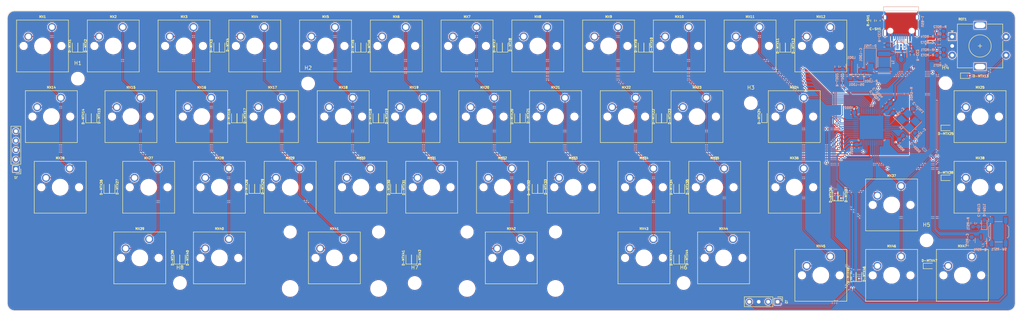
<source format=kicad_pcb>
(kicad_pcb (version 20211014) (generator pcbnew)
  (layers (0 "F.Cu" signal) (31 "B.Cu" signal) (34 "B.Paste" user) (35 "F.Paste" user) (36 "B.SilkS" user "B.Silkscreen") (37 "F.SilkS" user "F.Silkscreen") (38 "B.Mask" user) (39 "F.Mask" user) (44 "Edge.Cuts" user))
  (net 0 "")
  (net 1 "Net-(C-LDO1-Pad1)")
  (net 2 "GND")
  (net 3 "+3.3V")
  (net 4 "ROT-DB-B")
  (net 5 "ROT-DB-A")
  (net 6 "NRST")
  (net 7 "BOOT0")
  (net 8 "Net-(C-XTAL2-Pad2)")
  (net 9 "ROT-S1")
  (net 10 "Net-(D-MTX1-Pad2)")
  (net 11 "Net-(D-MTX2-Pad2)")
  (net 12 "Net-(D-MTX3-Pad2)")
  (net 13 "Net-(D-MTX4-Pad2)")
  (net 14 "Net-(D-MTX5-Pad2)")
  (net 15 "Net-(D-MTX6-Pad2)")
  (net 16 "Net-(D-MTX7-Pad2)")
  (net 17 "Net-(D-MTX8-Pad2)")
  (net 18 "Net-(D-MTX9-Pad2)")
  (net 19 "Net-(D-MTX10-Pad2)")
  (net 20 "Net-(D-MTX11-Pad2)")
  (net 21 "Net-(D-MTX12-Pad2)")
  (net 22 "ROW1")
  (net 23 "Net-(D-MTX14-Pad2)")
  (net 24 "Net-(D-MTX15-Pad2)")
  (net 25 "Net-(D-MTX16-Pad2)")
  (net 26 "Net-(D-MTX17-Pad2)")
  (net 27 "Net-(D-MTX18-Pad2)")
  (net 28 "Net-(D-MTX19-Pad2)")
  (net 29 "Net-(D-MTX20-Pad2)")
  (net 30 "Net-(D-MTX21-Pad2)")
  (net 31 "Net-(D-MTX22-Pad2)")
  (net 32 "Net-(D-MTX23-Pad2)")
  (net 33 "Net-(D-MTX24-Pad2)")
  (net 34 "Net-(D-MTX25-Pad2)")
  (net 35 "ROW2")
  (net 36 "Net-(D-MTX26-Pad2)")
  (net 37 "Net-(D-MTX27-Pad2)")
  (net 38 "Net-(D-MTX28-Pad2)")
  (net 39 "Net-(D-MTX29-Pad2)")
  (net 40 "Net-(D-MTX30-Pad2)")
  (net 41 "Net-(D-MTX31-Pad2)")
  (net 42 "Net-(D-MTX32-Pad2)")
  (net 43 "Net-(D-MTX33-Pad2)")
  (net 44 "Net-(D-MTX34-Pad2)")
  (net 45 "Net-(D-MTX35-Pad2)")
  (net 46 "Net-(D-MTX36-Pad2)")
  (net 47 "Net-(D-MTX37-Pad2)")
  (net 48 "Net-(D-MTX38-Pad2)")
  (net 49 "ROW3")
  (net 50 "Net-(D-MTX39-Pad2)")
  (net 51 "Net-(D-MTX40-Pad2)")
  (net 52 "Net-(D-MTX41-Pad2)")
  (net 53 "Net-(D-MTX42-Pad2)")
  (net 54 "Net-(D-MTX44-Pad2)")
  (net 55 "Net-(D-MTX45-Pad2)")
  (net 56 "Net-(D-MTX46-Pad2)")
  (net 57 "Net-(D-MTX47-Pad2)")
  (net 58 "Net-(D-RST1-Pad2)")
  (net 59 "D+")
  (net 60 "D-")
  (net 61 "DBus-")
  (net 62 "VBUS")
  (net 63 "DBus+")
  (net 64 "SWCLK")
  (net 65 "SWDIO")
  (net 69 "GNDD")
  (net 70 "COL0")
  (net 71 "COL1")
  (net 72 "COL2")
  (net 73 "COL3")
  (net 74 "COL4")
  (net 75 "COL5")
  (net 76 "COL6")
  (net 77 "COL7")
  (net 78 "COL8")
  (net 79 "COL9")
  (net 80 "COL10")
  (net 81 "COL11")
  (net 82 "COL12")
  (net 83 "Net-(R-CC1-Pad1)")
  (net 84 "Net-(R-CC2-Pad1)")
  (net 85 "ROT-B")
  (net 86 "ROT-A")
  (net 93 "Extra1")
  (net 94 "Extra2")
  (net 95 "Extra3")
  (net 96 "Extra4")
  (net 97 "Extra5")
  (net 98 "Net-(C-XTAL1-Pad2)")
  (net 99 "ROW0")
  (net 100 "Net-(D-MTX43-Pad2)")
  (net 101 "/Shield")
  (footprint "Diode_SMD:D_0603_1608Metric_Pad1.05x0.95mm_HandSolder" (layer "F.Cu") (at 268.15 113.075 90)
    (fp_text reference "D-MTX24")
    (fp_text value "1N4148")
  )
  (footprint "MountingHole:MountingHole_3.2mm_M3" (layer "F.Cu") (at 316.9 104.1)
    (fp_text reference "H4")
    (fp_text value "MountingHole")
  )
  (footprint "Button_Switch_Keyboard:SW_Cherry_MX_1.00u_PCB" (layer "F.Cu") (at 176.34625 108.0455)
    (fp_text reference "MX19")
    (fp_text value "G")
  )
  (footprint "Diode_SMD:D_0603_1608Metric_Pad1.05x0.95mm_HandSolder" (layer "F.Cu") (at 245.96875 151.2255 90)
    (fp_text reference "D-MTX44")
    (fp_text value "1N4148")
  )
  (footprint "Diode_SMD:D_0603_1608Metric_Pad1.05x0.95mm_HandSolder" (layer "F.Cu") (at 122.14375 94.0755 90)
    (fp_text reference "D-MTX4")
    (fp_text value "1N4148")
  )
  (footprint "Diode_SMD:D_0603_1608Metric_Pad1.05x0.95mm_HandSolder" (layer "F.Cu") (at 84.04375 94.0755 90)
    (fp_text reference "D-MTX2")
    (fp_text value "1N4148")
  )
  (footprint "Diode_SMD:D_0603_1608Metric_Pad1.05x0.95mm_HandSolder" (layer "F.Cu") (at 317.375 129.625)
    (fp_text reference "D-MTX38")
    (fp_text value "1N4148")
  )
  (footprint "Button_Switch_Keyboard:SW_Cherry_MX_1.00u_PCB" (layer "F.Cu") (at 181.10875 127.0955)
    (fp_text reference "MX31")
    (fp_text value "B")
  )
  (footprint "MountingHole:MountingHole_3.2mm_M3" (layer "F.Cu") (at 145.3 104.2)
    (fp_text reference "H2")
    (fp_text value "MountingHole")
  )
  (footprint "Diode_SMD:D_0603_1608Metric_Pad1.05x0.95mm_HandSolder" (layer "F.Cu") (at 234.94375 94.0755 90)
    (fp_text reference "D-MTX9")
    (fp_text value "1N4148")
  )
  (footprint "Diode_SMD:D_0603_1608Metric_Pad1.05x0.95mm_HandSolder" (layer "F.Cu") (at 111.4875 151.2255 90)
    (fp_text reference "D-MTX40")
    (fp_text value "1N4148")
  )
  (footprint "Diode_SMD:D_0603_1608Metric_Pad1.05x0.95mm_HandSolder" (layer "F.Cu") (at 203.10625 113.1255 90)
    (fp_text reference "D-MTX21")
    (fp_text value "1N4148")
  )
  (footprint "Button_Switch_Keyboard:SW_Cherry_MX_1.00u_PCB" (layer "F.Cu") (at 114.43375 88.9955)
    (fp_text reference "MX3")
    (fp_text value "W")
  )
  (footprint "Connector_PinHeader_2.54mm:PinHeader_1x05_P2.54mm_Vertical" (layer "F.Cu") (at 66.625 127.225 180)
    (fp_text reference "J1")
    (fp_text value "Extra")
  )
  (footprint "Diode_SMD:D_0603_1608Metric_Pad1.05x0.95mm_HandSolder" (layer "F.Cu") (at 86.175 113.1255 90)
    (fp_text reference "D-MTX14")
    (fp_text value "1N4148")
  )
  (footprint "Button_Switch_Keyboard:SW_Cherry_MX_2.75u_PCB" (layer "F.Cu") (at 202.54 146.1455)
    (fp_text reference "MX42")
    (fp_text value "Space")
  )
  (footprint "Diode_SMD:D_0603_1608Metric_Pad1.05x0.95mm_HandSolder" (layer "F.Cu") (at 109.9875 151.2255 90)
    (fp_text reference "D-MTX39")
    (fp_text value "1N4148")
  )
  (footprint "Button_Switch_Keyboard:SW_Cherry_MX_1.00u_PCB" (layer "F.Cu") (at 123.95875 146.1455)
    (fp_text reference "MX40")
    (fp_text value "Alt")
  )
  (footprint "Button_Switch_Keyboard:SW_Cherry_MX_1.00u_PCB" (layer "F.Cu") (at 323.98375 150.8445)
    (fp_text reference "MX47")
    (fp_text value "Right")
  )
  (footprint "Button_Switch_Keyboard:SW_Cherry_MX_1.00u_PCB" (layer "F.Cu") (at 328.74625 127.0955)
    (fp_text reference "MX38")
    (fp_text value "RST")
  )
  (footprint "Diode_SMD:D_0603_1608Metric_Pad1.05x0.95mm_HandSolder" (layer "F.Cu") (at 239.70625 113.1255 90)
    (fp_text reference "D-MTX22")
    (fp_text value "1N4148")
  )
  (footprint "Button_Switch_Keyboard:SW_Cherry_MX_1.25u_PCB" (layer "F.Cu") (at 278.74 127.0955)
    (fp_text reference "MX36")
    (fp_text value "RShift")
  )
  (footprint "Diode_SMD:D_0603_1608Metric_Pad1.05x0.95mm_HandSolder" (layer "F.Cu") (at 244.46875 132.1755 90)
    (fp_text reference "D-MTX34")
    (fp_text value "1N4148")
  )
  (footprint "MountingHole:MountingHole_3.2mm_M3" (layer "F.Cu") (at 83.3 102.9)
    (fp_text reference "H1")
    (fp_text value "MountingHole")
  )
  (footprint "Button_Switch_Keyboard:SW_Cherry_MX_1.00u_PCB" (layer "F.Cu") (at 152.53375 88.9955)
    (fp_text reference "MX5")
    (fp_text value "R")
  )
  (footprint "Diode_SMD:D_0603_1608Metric_Pad1.05x0.95mm_HandSolder" (layer "F.Cu") (at 241.20625 113.1255 90)
    (fp_text reference "D-MTX23")
    (fp_text value "1N4148")
  )
  (footprint "Diode_SMD:D_0603_1608Metric_Pad1.05x0.95mm_HandSolder" (layer "F.Cu") (at 120.64375 94.0755 90)
    (fp_text reference "D-MTX3")
    (fp_text value "1N4148")
  )
  (footprint "Button_Switch_Keyboard:SW_Cherry_MX_1.00u_PCB" (layer "F.Cu") (at 143.00875 127.0955)
    (fp_text reference "MX29")
    (fp_text value "C")
  )
  (footprint "Diode_SMD:D_0603_1608Metric_Pad1.05x0.95mm_HandSolder" (layer "F.Cu") (at 206.36875 132.1755 90)
    (fp_text reference "D-MTX32")
    (fp_text value "1N4148")
  )
  (footprint "Diode_SMD:D_0603_1608Metric_Pad1.05x0.95mm_HandSolder" (layer "F.Cu") (at 201.60625 113.1255 90)
    (fp_text reference "D-MTX20")
    (fp_text value "1N4148")
  )
  (footprint "Button_Switch_Keyboard:SW_Cherry_MX_1.25u_PCB" (layer "F.Cu") (at 78.715 108.0455)
    (fp_text reference "MX14")
    (fp_text value "Tab")
  )
  (footprint "Rotary_Encoder:RotaryEncoder_Alps_EC11E-Switch_Vertical_H20mm" (layer "F.Cu") (at 326.20625 94.0755)
    (fp_text reference "ROT1")
    (fp_text value "EC11")
  )
  (footprint "Button_Switch_Keyboard:SW_Cherry_MX_1.00u_PCB" (layer "F.Cu") (at 233.49625 108.0455)
    (fp_text reference "MX22")
    (fp_text value "K")
  )
  (footprint "Diode_SMD:D_0603_1608Metric_Pad1.05x0.95mm_HandSolder" (layer "F.Cu") (at 173.875 151.2255 90)
    (fp_text reference "D-MTX42")
    (fp_text value "1N4148")
  )
  (footprint "Diode_SMD:D_0603_1608Metric_Pad1.05x0.95mm_HandSolder" (layer "F.Cu") (at 312.575 153.4)
    (fp_text reference "D-MTX47")
    (fp_text value "1N4148")
  )
  (footprint "Button_Switch_Keyboard:SW_Cherry_MX_1.00u_PCB" (layer "F.Cu") (at 214.44625 108.0455)
    (fp_text reference "MX21")
    (fp_text value "J")
  )
  (footprint "MountingHole:MountingHole_3.2mm_M3" (layer "F.Cu") (at 311.8 146.5)
    (fp_text reference "H5")
    (fp_text value "MountingHole")
  )
  (footprint "Diode_SMD:D_0603_1608Metric_Pad1.05x0.95mm_HandSolder" (layer "F.Cu") (at 196.84375 94.0755 90)
    (fp_text reference "D-MTX7")
    (fp_text value "1N4148")
  )
  (footprint "Button_Switch_Keyboard:SW_Cherry_MX_1.00u_PCB" (layer "F.Cu") (at 328.74625 108.0455)
    (fp_text reference "MX25")
    (fp_text value "PrtScn")
  )
  (footprint "Button_Switch_Keyboard:SW_Cherry_MX_1.25u_PCB" (layer "F.Cu") (at 102.5275 146.1455)
    (fp_text reference "MX39")
    (fp_text value "Ctrl")
  )
  (footprint "Button_Switch_Keyboard:SW_Cherry_MX_1.00u_PCB" (layer "F.Cu") (at 304.93375 131.858)
    (fp_text reference "MX37")
    (fp_text value "UP")
  )
  (footprint "Diode_SMD:D_0603_1608Metric_Pad1.05x0.95mm_HandSolder" (layer "F.Cu") (at 288.7 134.1755 90)
    (fp_text reference "D-MTX37")
    (fp_text value "1N4148")
  )
  (footprint "Diode_SMD:D_0603_1608Metric_Pad1.05x0.95mm_HandSolder" (layer "F.Cu") (at 160.24375 94.0755 90)
    (fp_text reference "D-MTX6")
    (fp_text value "1N4148")
  )
  (footprint "Button_Switch_Keyboard:SW_Cherry_MX_1.00u_PCB" (layer "F.Cu") (at 157.29625 108.0455)
    (fp_text reference "MX18")
    (fp_text value "F")
  )
  (footprint "Diode_SMD:D_0603_1608Metric_Pad1.05x0.95mm_HandSolder" (layer "F.Cu") (at 292.09375 155.9245 90)
    (fp_text reference "D-MTX45")
    (fp_text value "1N4148")
  )
  (footprint "Button_Switch_Keyboard:SW_Cherry_MX_1.00u_PCB" (layer "F.Cu") (at 190.63375 88.9955)
    (fp_text reference "MX7")
    (fp_text value "Y")
  )
  (footprint "Button_Switch_Keyboard:SW_Cherry_MX_1.00u_PCB" (layer "F.Cu") (at 123.95875 127.0955)
    (fp_text reference "MX28")
    (fp_text value "X")
  )
  (footprint "Diode_SMD:D_0603_1608Metric_Pad1.05x0.95mm_HandSolder" (layer "F.Cu") (at 274.54375 94.0755 90)
    (fp_text reference "D-MTX12")
    (fp_text value "1N4148")
  )
  (footprint "Button_Switch_Keyboard:SW_Cherry_MX_1.00u_PCB" (layer "F.Cu") (at 200.15875 127.0955)
    (fp_text reference "MX32")
    (fp_text value "N")
  )
  (footprint "MountingHole:MountingHole_3.2mm_M3" (layer "F.Cu") (at 110.8 158)
    (fp_text reference "H8")
    (fp_text value "MountingHole")
  )
  (footprint "MountingHole:MountingHole_3.2mm_M3" (layer "F.Cu") (at 174 158)
    (fp_text reference "H7")
    (fp_text value "MountingHole")
  )
  (footprint "MountingHole:MountingHole_3.2mm_M3" (layer "F.Cu") (at 264.5 109.5)
    (fp_text reference "H3")
    (fp_text value "MountingHole")
  )
  (footprint "Button_Switch_Keyboard:SW_Cherry_MX_1.00u_PCB" (layer "F.Cu") (at 119.19625 108.0455)
    (fp_text reference "MX16")
    (fp_text value "S")
  )
  (footprint "Diode_SMD:D_0603_1608Metric_Pad1.05x0.95mm_HandSolder" (layer "F.Cu") (at 126.90625 113.1255 90)
    (fp_text reference "D-MTX17")
    (fp_text value "1N4148")
  )
  (footprint "MountingHole:MountingHole_3.2mm_M3" (layer "F.Cu") (at 246.4 158)
    (fp_text reference "H6")
    (fp_text value "MountingHole")
  )
  (footprint "Diode_SMD:D_0603_1608Metric_Pad1.05x0.95mm_HandSolder" (layer "F.Cu") (at 130.16875 132.1755 90)
    (fp_text reference "D-MTX28")
    (fp_text value "1N4148")
  )
  (footprint "Button_Switch_Keyboard:SW_Cherry_MX_1.00u_PCB" (layer "F.Cu") (at 133.48375 88.9955)
    (fp_text reference "MX4")
    (fp_text value "E")
  )
  (footprint "Button_Switch_Keyboard:SW_Cherry_MX_1.00u_PCB" (layer "F.Cu") (at 228.73375 88.9955)
    (fp_text reference "MX9")
    (fp_text value "I")
  )
  (footprint "Diode_SMD:D_0603_1608Metric_Pad1.05x0.95mm_HandSolder" (layer "F.Cu") (at 131.66875 132.1755 90)
    (fp_text reference "D-MTX29")
    (fp_text value "1N4148")
  )
  (footprint "Diode_SMD:D_0603_1608Metric_Pad1.05x0.95mm_HandSolder" (layer "F.Cu") (at 317.35 116.175)
    (fp_text reference "D-MTX25")
    (fp_text value "1N4148")
  )
  (footprint "Connector_PinHeader_2.54mm:PinHeader_1x04_P2.54mm_Vertical" (layer "F.Cu") (at 271.7 163.05 -90)
    (fp_text reference "J2")
    (fp_text value "ST Link")
  )
  (footprint "Diode_SMD:D_0603_1608Metric_Pad1.05x0.95mm_HandSolder" (layer "F.Cu") (at 158.74375 94.0755 90)
    (fp_text reference "D-MTX5")
    (fp_text value "1N4148")
  )
  (footprint "Button_Switch_Keyboard:SW_Cherry_MX_1.00u_PCB" (layer "F.Cu") (at 238.25875 146.1455)
    (fp_text reference "MX43")
    (fp_text value "RAlt")
  )
  (footprint "Diode_SMD:D_0603_1608Metric_Pad1.05x0.95mm_HandSolder" (layer "F.Cu") (at 273.04375 94.0755 90)
    (fp_text reference "D-MTX11")
    (fp_text value "1N4148")
  )
  (footprint "Button_Switch_Keyboard:SW_Cherry_MX_1.00u_PCB" (layer "F.Cu") (at 104.90875 127.0955)
    (fp_text reference "MX27")
    (fp_text value "Z")
  )
  (footprint "Diode_SMD:D_0603_1608Metric_Pad1.05x0.95mm_HandSolder" (layer "F.Cu") (at 244.46875 151.2255 90)
    (fp_text reference "D-MTX43")
    (fp_text value "1N4148")
  )
  (footprint "Diode_SMD:D_0603_1608Metric_Pad1.05x0.95mm_HandSolder" (layer "F.Cu") (at 293.59375 155.9245 90)
    (fp_text reference "D-MTX46")
    (fp_text value "1N4148")
  )
  (footprint "Button_Switch_Keyboard:SW_Cherry_MX_1.00u_PCB" (layer "F.Cu") (at 304.93375 150.8445)
    (fp_text reference "MX46")
    (fp_text value "Down")
  )
  (footprint "Diode_SMD:D_0603_1608Metric_Pad1.05x0.95mm_HandSolder" (layer "F.Cu") (at 163.50625 113.1255 90)
    (fp_text reference "D-MTX18")
    (fp_text value "1N4148")
  )
  (footprint "Diode_SMD:D_0603_1608Metric_Pad1.05x0.95mm_HandSolder" (layer "F.Cu") (at 168.26875 132.1755 90)
    (fp_text reference "D-MTX30")
    (fp_text value "1N4148")
  )
  (footprint "Diode_SMD:D_0603_1608Metric_Pad1.05x0.95mm_HandSolder" (layer "F.Cu") (at 245.96875 132.1755 90)
    (fp_text reference "D-MTX35")
    (fp_text value "1N4148")
  )
  (footprint "Button_Switch_Keyboard:SW_Cherry_MX_1.00u_PCB" (layer "F.Cu") (at 257.30875 127.0955)
    (fp_text reference "MX35")
    (fp_text value ".")
  )
  (footprint "Button_Switch_Keyboard:SW_Cherry_MX_1.00u_PCB" (layer "F.Cu") (at 207.14375 94.0755)
    (fp_text reference "MX8")
    (fp_text value "U")
  )
  (footprint "Capacitor_SMD:C_0603_1608Metric_Pad1.08x0.95mm_HandSolder" (layer "F.Cu") (at 298.8 87.2375 -90)
    (fp_text reference "C-SH1")
    (fp_text value "4.7n")
  )
  (footprint "Button_Switch_Keyboard:SW_Cherry_MX_1.00u_PCB" (layer "F.Cu") (at 162.05875 127.0955)
    (fp_text reference "MX30")
    (fp_text value "V")
  )
  (footprint "Diode_SMD:D_0603_1608Metric_Pad1.05x0.95mm_HandSolder" (layer "F.Cu") (at 87.675 113.1255 90)
    (fp_text reference "D-MTX15")
    (fp_text value "1N4148")
  )
  (footprint "Button_Switch_Keyboard:SW_Cherry_MX_1.00u_PCB" (layer "F.Cu") (at 195.39625 108.0455)
    (fp_text reference "MX20")
    (fp_text value "H")
  )
  (footprint "Diode_SMD:D_0603_1608Metric_Pad1.05x0.95mm_HandSolder" (layer "F.Cu") (at 207.86875 132.1755 90)
    (fp_text reference "D-MTX33")
    (fp_text value "1N4148")
  )
  (footprint "Button_Switch_Keyboard:SW_Cherry_MX_1.00u_PCB" (layer "F.Cu") (at 238.25875 127.0955)
    (fp_text reference "MX34")
    (fp_text value ",")
  )
  (footprint "Diode_SMD:D_0603_1608Metric_Pad1.05x0.95mm_HandSolder" (layer "F.Cu") (at 198.34375 94.0755 90)
    (fp_text reference "D-MTX8")
    (fp_text value "1N4148")
  )
  (footprint "Button_Switch_Keyboard:SW_Cherry_MX_1.50u_PCB" (layer "F.Cu") (at 81.09625 127.0955)
    (fp_text reference "MX26")
    (fp_text value "Shift")
  )
  (footprint "Button_Switch_Keyboard:SW_Cherry_MX_1.00u_PCB" (layer "F.Cu") (at 138.24625 108.0455)
    (fp_text reference "MX17")
    (fp_text value "D")
  )
  (footprint "Diode_SMD:D_0603_1608Metric_Pad1.05x0.95mm_HandSolder" (layer "F.Cu") (at 82.54375 94.0755 90)
    (fp_text reference "D-MTX1")
    (fp_text value "1N4148")
  )
  (footprint "Diode_SMD:D_0603_1608Metric_Pad1.05x0.95mm_HandSolder" (layer "F.Cu") (at 287.2 134.1755 90)
    (fp_text reference "D-MTX36")
    (fp_text value "1N4148")
  )
  (footprint "Button_Switch_Keyboard:SW_Cherry_MX_1.00u_PCB" (layer "F.Cu") (at 266.83375 88.9955)
    (fp_text reference "MX11")
    (fp_text value "P")
  )
  (footprint "Diode_SMD:D_0603_1608Metric_Pad1.05x0.95mm_HandSolder" (layer "F.Cu") (at 165.00625 113.1255 90)
    (fp_text reference "D-MTX19")
    (fp_text value "1N4148")
  )
  (footprint "Button_Switch_Keyboard:SW_Cherry_MX_1.00u_PCB" (layer "F.Cu") (at 219.20875 127.0955)
    (fp_text reference "MX33")
    (fp_text value "M")
  )
  (footprint "Button_Switch_Keyboard:SW_Cherry_MX_1.00u_PCB" (layer "F.Cu") (at 252.54625 108.0455)
    (fp_text reference "MX23")
    (fp_text value "L")
  )
  (footprint "Diode_SMD:D_0603_1608Metric_Pad1.05x0.95mm_HandSolder" (layer "F.Cu") (at 236.44375 94.0755 90)
    (fp_text reference "D-MTX10")
    (fp_text value "1N4148")
  )
  (footprint "Diode_SMD:D_0603_1608Metric_Pad1.05x0.95mm_HandSolder" (layer "F.Cu") (at 322.6 102.1)
    (fp_text reference "D-MTX13")
    (fp_text value "1N4148")
  )
  (footprint "Button_Switch_Keyboard:SW_Cherry_MX_1.75u_PCB" (layer "F.Cu") (at 278.74 108.0455)
    (fp_text reference "MX24")
    (fp_text value "Enter")
  )
  (footprint "Diode_SMD:D_0603_1608Metric_Pad1.05x0.95mm_HandSolder" (layer "F.Cu") (at 91.05625 132.1755 90)
    (fp_text reference "D-MTX26")
    (fp_text value "1N4148")
  )
  (footprint "Diode_SMD:D_0603_1608Metric_Pad1.05x0.95mm_HandSolder" (layer "F.Cu") (at 172.375 151.2255 90)
    (fp_text reference "D-MTX41")
    (fp_text value "1N4148")
  )
  (footprint "Diode_SMD:D_0603_1608Metric_Pad1.05x0.95mm_HandSolder" (layer "F.Cu") (at 92.55625 132.1755 90)
    (fp_text reference "D-MTX27")
    (fp_text value "1N4148")
  )
  (footprint "Button_Switch_Keyboard:SW_Cherry_MX_1.00u_PCB" (layer "F.Cu") (at 76.33375 88.9955)
    (fp_text reference "MX1")
    (fp_text value "Esc")
  )
  (footprint "Button_Switch_Keyboard:SW_Cherry_MX_1.25u_PCB" (layer "F.Cu") (at 259.69 146.1455)
    (fp_text reference "MX44")
    (fp_text value "RCtrl")
  )
  (footprint "Button_Switch_Keyboard:SW_Cherry_MX_1.00u_PCB" (layer "F.Cu") (at 95.38375 88.9955)
    (fp_text reference "MX2")
    (fp_text value "Q")
  )
  (footprint "Diode_SMD:D_0603_1608Metric_Pad1.05x0.95mm_HandSolder" (layer "F.Cu") (at 169.76875 132.1755 90)
    (fp_text reference "D-MTX31")
    (fp_text value "1N4148")
  )
  (footprint "Button_Switch_Keyboard:SW_Cherry_MX_2.25u_PCB" (layer "F.Cu") (at 154.915 146.1455)
    (fp_text reference "MX41")
    (fp_text value "Space")
  )
  (footprint "Button_Switch_Keyboard:SW_Cherry_MX_1.00u_PCB" (layer "F.Cu") (at 285.88375 150.8445)
    (fp_text reference "MX45")
    (fp_text value "Left")
  )
  (footprint "Button_Switch_Keyboard:SW_Cherry_MX_1.00u_PCB" (layer "F.Cu") (at 171.58375 88.9955)
    (fp_text reference "MX6")
    (fp_text value "T")
  )
  (footprint "Button_Switch_Keyboard:SW_Cherry_MX_1.00u_PCB" (layer "F.Cu") (at 247.78375 88.9955)
    (fp_text reference "MX10")
    (fp_text value "O")
  )
  (footprint "Resistor_SMD:R_0603_1608Metric_Pad0.98x0.95mm_HandSolder" (layer "F.Cu") (at 297.3 87.2375 90)
    (fp_text reference "R-SH1")
    (fp_text value "1M")
  )
  (footprint "Button_Switch_Keyboard:SW_Cherry_MX_1.00u_PCB" (layer "F.Cu") (at 285.88375 88.9955)
    (fp_text reference "MX12")
    (fp_text value "Backspace")
  )
  (footprint "Diode_SMD:D_0603_1608Metric_Pad1.05x0.95mm_HandSolder" (layer "F.Cu") (at 125.40625 113.1255 90)
    (fp_text reference "D-MTX16")
    (fp_text value "1N4148")
  )
  (footprint "Button_Switch_Keyboard:SW_Cherry_MX_1.00u_PCB" (layer "F.Cu") (at 100.14625 108.0455)
    (fp_text reference "MX15")
    (fp_text value "A")
  )
  (footprint "Package_TO_SOT_SMD:SOT-23" (layer "B.Cu") (at 291.65 99.6 90)
    (fp_text reference "LDO1")
    (fp_text value "XC6206")
  )
  (footprint "Capacitor_SMD:C_0603_1608Metric_Pad1.08x0.95mm_HandSolder" (layer "B.Cu") (at 291.465 112.014)
    (fp_text reference "C-VDD2")
    (fp_text value "100n")
  )
  (footprint "Capacitor_SMD:C_0603_1608Metric_Pad1.08x0.95mm_HandSolder" (layer "B.Cu") (at 305.025 119.85 135)
    (fp_text reference "C-VDD6")
    (fp_text value "1u")
  )
  (footprint "Capacitor_SMD:C_0603_1608Metric_Pad1.08x0.95mm_HandSolder" (layer "B.Cu") (at 292.989 121.539 90)
    (fp_text reference "C-VDD1")
    (fp_text value "100n")
  )
  (footprint "Capacitor_SMD:C_0603_1608Metric_Pad1.08x0.95mm_HandSolder" (layer "B.Cu") (at 300.355 109.982 -45)
    (fp_text reference "C-VDD3")
    (fp_text value "100n")
  )
  (footprint "Package_QFP:LQFP-48_7x7mm_P0.5mm" (layer "B.Cu") (at 296.992522 115.992868 180)
    (fp_text reference "U1")
    (fp_text value "STM32F103C8T6")
  )
  (footprint "Package_TO_SOT_SMD:SOT-23" (layer "B.Cu") (at 326.45 146.5125 90)
    (fp_text reference "Q-RST1")
    (fp_text value "DTC123J")
  )
  (footprint "Capacitor_SMD:C_0603_1608Metric_Pad1.08x0.95mm_HandSolder" (layer "B.Cu") (at 315.475 93.075)
    (fp_text reference "C-ROT2")
    (fp_text value "100n")
  )
  (footprint "Resistor_SMD:R_0603_1608Metric_Pad0.98x0.95mm_HandSolder" (layer "B.Cu") (at 324.275 141.9 -90)
    (fp_text reference "R-RST1")
    (fp_text value "100k")
  )
  (footprint "Connector_USB:USB_C_Receptacle_HRO_TYPE-C-31-M-12" (layer "B.Cu") (at 304.93375 87.3955)
    (fp_text reference "USB-1")
    (fp_text value "USB-C")
  )
  (footprint "Diode_SMD:D_SOD-123F" (layer "B.Cu") (at 292.7 102.725 180)
    (fp_text reference "DS-LDO1")
    (fp_text value "RB060M")
  )
  (footprint "Resistor_SMD:R_0603_1608Metric_Pad0.98x0.95mm_HandSolder" (layer "B.Cu") (at 296.725 102.375 180)
    (fp_text reference "R-LDO1")
    (fp_text value "100k")
  )
  (footprint "Capacitor_SMD:C_0603_1608Metric_Pad1.08x0.95mm_HandSolder" (layer "B.Cu") (at 309.275 116.925 -135)
    (fp_text reference "C-XTAL2")
    (fp_text value "20p")
  )
  (footprint "Capacitor_SMD:C_0603_1608Metric_Pad1.08x0.95mm_HandSolder" (layer "B.Cu") (at 303.325 111.45 -135)
    (fp_text reference "C-VBAT1")
    (fp_text value "100n")
  )
  (footprint "Crystal:Crystal_SMD_3225-4Pin_3.2x2.5mm_HandSoldering" (layer "B.Cu") (at 306.959 114.173 135)
    (fp_text reference "Y1")
    (fp_text value "8MHz")
  )
  (footprint "Capacitor_SMD:C_0603_1608Metric_Pad1.08x0.95mm_HandSolder" (layer "B.Cu") (at 315.5 98.05)
    (fp_text reference "C-ROT1")
    (fp_text value "100n")
  )
  (footprint "Fuse:Fuse_1812_4532Metric_Pad1.30x3.40mm_HandSolder" (layer "B.Cu") (at 300.4 98.425 -90)
    (fp_text reference "F1")
    (fp_text value "1.5A PTC")
  )
  (footprint "Resistor_SMD:R_0603_1608Metric_Pad0.98x0.95mm_HandSolder" (layer "B.Cu") (at 300.45 93.85 180)
    (fp_text reference "R-CC1")
    (fp_text value "5.1k")
  )
  (footprint "Resistor_SMD:R_0603_1608Metric_Pad0.98x0.95mm_HandSolder" (layer "B.Cu") (at 307.93375 96.3955 -90)
    (fp_text reference "R-CC2")
    (fp_text value "5.1k")
  )
  (footprint "Resistor_SMD:R_0603_1608Metric_Pad0.98x0.95mm_HandSolder" (layer "B.Cu") (at 306.325 106.975 90)
    (fp_text reference "R-GND1")
    (fp_text value "0")
  )
  (footprint "Package_TO_SOT_SMD:SOT-23-6" (layer "B.Cu") (at 304.93375 95.3955 90)
    (fp_text reference "ESD-1")
    (fp_text value "SRV05-4")
  )
  (footprint "Resistor_SMD:R_0603_1608Metric_Pad0.98x0.95mm_HandSolder" (layer "B.Cu") (at 315.475 90.075 180)
    (fp_text reference "R-ROT2")
    (fp_text value "10k")
  )
  (footprint "Diode_SMD:D_SMA" (layer "B.Cu") (at 296.625 98.05 -90)
    (fp_text reference "D-TVS1")
    (fp_text value "SMAJ9.0CA")
  )
  (footprint "Resistor_SMD:R_0603_1608Metric_Pad0.98x0.95mm_HandSolder" (layer "B.Cu") (at 315.475 91.575)
    (fp_text reference "R-ROT4")
    (fp_text value "10k")
  )
  (footprint "Diode_SMD:D_0603_1608Metric_Pad1.05x0.95mm_HandSolder" (layer "B.Cu") (at 327.35 141.9 90)
    (fp_text reference "D-RST1")
    (fp_text value "1N4148")
  )
  (footprint "Capacitor_SMD:C_0603_1608Metric_Pad1.08x0.95mm_HandSolder" (layer "B.Cu") (at 301.43263 108.90437 -45)
    (fp_text reference "C-VDD4")
    (fp_text value "10u")
  )
  (footprint "Capacitor_SMD:C_0603_1608Metric_Pad1.08x0.95mm_HandSolder" (layer "B.Cu") (at 294.125 99.9 90)
    (fp_text reference "C-LDO1")
    (fp_text value "1u")
  )
  (footprint "Capacitor_SMD:C_0603_1608Metric_Pad1.08x0.95mm_HandSolder" (layer "B.Cu") (at 325.8 141.9 90)
    (fp_text reference "C-RST2")
    (fp_text value "10u")
  )
  (footprint "Capacitor_SMD:C_0603_1608Metric_Pad1.08x0.95mm_HandSolder" (layer "B.Cu") (at 308.725 111.575 135)
    (fp_text reference "C-XTAL1")
    (fp_text value "20p")
  )
  (footprint "Button_Switch_SMD:SW_SPST_TL3342" (layer "B.Cu") (at 331.20625 144.1755 90)
    (fp_text reference "SW-RST1")
    (fp_text value "SPST")
  )
  (footprint "Resistor_SMD:R_0603_1608Metric_Pad0.98x0.95mm_HandSolder" (layer "B.Cu") (at 287.65 99.675 -90)
    (fp_text reference "R-LDO2")
    (fp_text value "100k")
  )
  (footprint "Capacitor_SMD:C_0603_1608Metric_Pad1.08x0.95mm_HandSolder" (layer "B.Cu") (at 289.15 99.675 90)
    (fp_text reference "C-LDO2")
    (fp_text value "1u")
  )
  (footprint "Resistor_SMD:R_0603_1608Metric_Pad0.98x0.95mm_HandSolder" (layer "B.Cu") (at 315.5 95.05 180)
    (fp_text reference "R-ROT1")
    (fp_text value "10k")
  )
  (footprint "Resistor_SMD:R_0603_1608Metric_Pad0.98x0.95mm_HandSolder" (layer "B.Cu") (at 315.5 96.55)
    (fp_text reference "R-ROT3")
    (fp_text value "10k")
  )
  (footprint "Capacitor_SMD:C_0603_1608Metric_Pad1.08x0.95mm_HandSolder" (layer "B.Cu") (at 306.102631 118.772369 135)
    (fp_text reference "C-VDD5")
    (fp_text value "100n")
  )
  (footprint "Capacitor_SMD:C_0603_1608Metric_Pad1.08x0.95mm_HandSolder" (layer "B.Cu") (at 323.95 146.4375 90)
    (fp_text reference "C-RST1")
    (fp_text value "4.7n")
  )
  (gr_arc locked (start 64.27125 86.555) (mid 64.857399 85.141149) (end 66.27125 84.555) (layer "Edge.Cuts") (width 0.1))
  (gr_arc locked (start 66.27125 165.5175) (mid 64.857405 164.931345) (end 64.27125 163.5175) (layer "Edge.Cuts") (width 0.1))
  (gr_line locked (start 66.27125 84.555) (end 333.73375 84.555) (layer "Edge.Cuts") (width 0.1))
  (gr_line locked (start 335.73375 163.5175) (end 335.73375 86.555) (layer "Edge.Cuts") (width 0.1))
  (gr_line locked (start 64.27125 163.5175) (end 64.27125 86.555) (layer "Edge.Cuts") (width 0.1))
  (gr_arc locked (start 333.73375 84.555) (mid 335.147587 85.141163) (end 335.73375 86.555) (layer "Edge.Cuts") (width 0.1))
  (gr_line locked (start 66.27125 165.5175) (end 333.73375 165.5175) (layer "Edge.Cuts") (width 0.1))
  (gr_arc locked (start 335.73375 163.5175) (mid 335.147592 164.931342) (end 333.73375 165.5175) (layer "Edge.Cuts") (width 0.1))
  (segment (start 295.9125 100.7625) (end 296.625 100.05) (width 0.5) (layer "B.Cu") (net 1))
  (segment (start 294.125 100.7625) (end 294.125 102.7) (width 0.5) (layer "B.Cu") (net 1))
  (segment (start 300.4 100.65) (end 297.225 100.65) (width 0.5) (layer "B.Cu") (net 1))
  (segment (start 294.125 102.7) (end 294.1 102.725) (width 0.5) (layer "B.Cu") (net 1))
  (segment (start 297.225 100.65) (end 296.625 100.05) (width 0.5) (layer "B.Cu") (net 1))
  (segment (start 294.125 100.7625) (end 295.9125 100.7625) (width 0.5) (layer "B.Cu") (net 1))
  (segment (start 294.1 102.725) (end 295.4625 102.725) (width 0.5) (layer "B.Cu") (net 1))
  (segment (start 291.65 101.3) (end 293.075 102.725) (width 0.5) (layer "B.Cu") (net 1))
  (segment (start 295.4625 102.725) (end 295.8125 102.375) (width 0.5) (layer "B.Cu") (net 1))
  (segment (start 293.075 102.725) (end 294.1 102.725) (width 0.5) (layer "B.Cu") (net 1))
  (segment (start 291.65 98.6625) (end 291.65 101.3) (width 0.5) (layer "B.Cu") (net 1))
  (via (at 304.975 96.525) (size 0.8) (drill 0.4) (layers "F.Cu" "B.Cu") (net 2))
  (segment (start 308.587346 114.175) (end 308.797478 114.385132) (width 0.25) (layer "B.Cu") (net 2))
  (segment (start 308.797478 114.385132) (end 309.875 113.30761) (width 0.25) (layer "B.Cu") (net 2))
  (segment (start 305.120522 113.960868) (end 305.334654 114.175) (width 0.25) (layer "B.Cu") (net 2))
  (segment (start 305.334654 114.175) (end 308.587346 114.175) (width 0.25) (layer "B.Cu") (net 2))
  (segment (start 310.9 93.9) (end 311.9 92.9) (width 0.5) (layer "F.Cu") (net 3))
  (segment (start 311.9 92.9) (end 314.55 92.9) (width 0.5) (layer "F.Cu") (net 3))
  (segment (start 291.85 159.325) (end 288.125 163.05) (width 0.5) (layer "F.Cu") (net 3))
  (segment (start 314.55 95.05) (end 314.575 95.075) (width 0.5) (layer "F.Cu") (net 3))
  (segment (start 314.55 92.9) (end 314.55 95.05) (width 0.5) (layer "F.Cu") (net 3))
  (segment (start 290.075 105.9) (end 292.775 108.6) (width 0.5) (layer "F.Cu") (net 3))
  (segment (start 310.9 97.125) (end 310.9 93.9) (width 0.5) (layer "F.Cu") (net 3))
  (segment (start 314.55 90.1) (end 314.55 92.9) (width 0.5) (layer "F.Cu") (net 3))
  (segment (start 308.025 100) (end 310.9 97.125) (width 0.5) (layer "F.Cu") (net 3))
  (segment (start 288.125 163.05) (end 271.7 163.05) (width 0.5) (layer "F.Cu") (net 3))
  (via (at 303.625 120.025) (size 0.8) (drill 0.4) (layers "F.Cu" "B.Cu") (net 3))
  (via (at 291.675 120.675) (size 0.8) (drill 0.4) (layers "F.Cu" "B.Cu") (net 3))
  (via (at 303.451834 112.801834) (size 0.8) (drill 0.4) (layers "F.Cu" "B.Cu") (net 3))
  (via (at 292.3 111.075) (size 0.8) (drill 0.4) (layers "F.Cu" "B.Cu") (net 3))
  (via (at 308.025 100) (size 0.8) (drill 0.4) (layers "F.Cu" "B.Cu") (net 3))
  (via (at 290.075 105.9) (size 0.8) (drill 0.4) (layers "F.Cu" "B.Cu") (net 3))
  (via (at 302.925 108.625) (size 0.8) (drill 0.4) (layers "F.Cu" "B.Cu") (net 3))
  (via (at 291.85 159.325) (size 0.8) (drill 0.4) (layers "F.Cu" "B.Cu") (net 3))
  (via (at 314.575 95.075) (size 0.8) (drill 0.4) (layers "F.Cu" "B.Cu") (net 3))
  (via (at 314.55 90.1) (size 0.8) (drill 0.4) (layers "F.Cu" "B.Cu") (net 3))
  (segment (start 300.96488 110.59188) (end 299.792522 111.764238) (width 0.5) (layer "B.Cu") (net 3))
  (segment (start 294.192522 120.205368) (end 294.192522 120.155368) (width 0.5) (layer "B.Cu") (net 3))
  (segment (start 289.725 121.7) (end 287.7 123.725) (width 0.5) (layer "B.Cu") (net 3))
  (segment (start 290.75 120.675) (end 289.725 121.7) (width 0.5) (layer "B.Cu") (net 3))
  (segment (start 333.10625 160.98125) (end 333.10625 147.3255) (width 0.5) (layer "B.Cu") (net 3))
  (segment (start 302.925 108.625) (end 303.323439 108.226561) (width 0.5) (layer "B.Cu") (net 3))
  (segment (start 302.417868 117.242868) (end 304.41512 119.24012) (width 0.2) (layer "B.Cu") (net 3))
  (segment (start 292.989 120.6765) (end 293.72139 120.6765) (width 0.5) (layer "B.Cu") (net 3))
  (segment (start 303.625 120.025) (end 303.63024 120.025) (width 0.5) (layer "B.Cu") (net 3))
  (segment (start 287.7 123.725) (end 287.7 125.625) (width 0.5) (layer "B.Cu") (net 3))
  (segment (start 290.7 102.125) (end 291.3 102.725) (width 0.5) (layer "B.Cu") (net 3))
  (segment (start 293.72139 120.6765) (end 294.192522 120.205368) (width 0.5) (layer "B.Cu") (net 3))
  (segment (start 303.63024 120.025) (end 304.41512 119.24012) (width 0.5) (layer "B.Cu") (net 3))
  (segment (start 302.71512 112.05988) (end 302.71512 112.06512) (width 0.5) (layer "B.Cu") (net 3))
  (segment (start 292.780022 113.192868) (end 292.830022 113.192868) (width 0.5) (layer "B.Cu") (net 3))
  (segment (start 333.175 161.05) (end 333.10625 160.98125) (width 0.5) (layer "B.Cu") (net 3))
  (segment (start 292.3275 112.014) (end 292.3275 112.740346) (width 0.5) (layer "B.Cu") (net 3))
  (segment (start 290.725 133.175) (end 291.85 134.3) (width 0.5) (layer "B.Cu") (net 3))
  (segment (start 301.582132 113.192868) (end 301.155022 113.192868) (width 0.5) (layer "B.Cu") (net 3))
  (segment (start 303.323439 104.701561) (end 305.025 103) (width 0.5) (layer "B.Cu") (net 3))
  (segment (start 299.792522 111.764238) (end 299.792522 111.830368) (width 0.5) (layer "B.Cu") (net 3))
  (segment (start 291.6765 120.6765) (end 291.675 120.675) (width 0.5) (layer "B.Cu") (net 3))
  (segment (start 302.04251 109.51425) (end 302.04251 109.50749) (width 0.5) (layer "B.Cu") (net 3))
  (segment (start 291.85 134.3) (end 291.85 159.325) (width 0.5) (layer "B.Cu") (net 3))
  (segment (start 331.35 162.875) (end 333.175 161.05) (width 0.5) (layer "B.Cu") (net 3))
  (segment (start 302.04251 109.50749) (end 302.925 108.625) (width 0.5) (layer "B.Cu") (net 3))
  (segment (start 333.10625 141.0255) (end 333.10625 147.3255) (width 0.5) (layer "B.Cu") (net 3))
  (segment (start 292.989 120.6765) (end 291.6765 120.6765) (width 0.5) (layer "B.Cu") (net 3))
  (segment (start 290.7 100.5375) (end 290.7 102.125) (width 0.5) (layer "B.Cu") (net 3))
  (segment (start 304.41512 119.24012) (end 304.40988 119.24012) (width 0.2) (layer "B.Cu") (net 3))
  (segment (start 289.15 100.5375) (end 289.15 104.975) (width 0.5) (layer "B.Cu") (net 3))
  (segment (start 289.15 100.5375) (end 287.7 100.5375) (width 0.5) (layer "B.Cu") (net 3))
  (segment (start 295.4 162.875) (end 331.35 162.875) (width 0.5) (layer "B.Cu") (net 3))
  (segment (start 289.15 104.975) (end 290.075 105.9) (width 0.5) (layer "B.Cu") (net 3))
  (segment (start 287.7 125.625) (end 287.7 130.15) (width 0.5) (layer "B.Cu") (net 3))
  (segment (start 292.3275 112.740346) (end 292.780022 113.192868) (width 0.5) (layer "B.Cu") (net 3))
  (segment (start 305.025 103) (end 308.025 100) (width 0.5) (layer "B.Cu") (net 3))
  (segment (start 302.04251 109.51425) (end 300.96488 110.59188) (width 0.5) (layer "B.Cu") (net 3))
  (segment (start 292.3275 111.1025) (end 292.3 111.075) (width 0.5) (layer "B.Cu") (net 3))
  (segment (start 291.675 120.675) (end 290.75 120.675) (width 0.5) (layer "B.Cu") (net 3))
  (segment (start 292.3275 112.014) (end 292.3275 111.1025) (width 0.5) (layer "B.Cu") (net 3))
  (segment (start 302.71512 112.05988) (end 301.582132 113.192868) (width 0.5) (layer "B.Cu") (net 3))
  (segment (start 302.71512 112.06512) (end 303.451834 112.801834) (width 0.5) (layer "B.Cu") (net 3))
  (segment (start 290.7 100.5375) (end 289.15 100.5375) (width 0.5) (layer "B.Cu") (net 3))
  (segment (start 301.155022 117.242868) (end 302.417868 117.242868) (width 0.2) (layer "B.Cu") (net 3))
  (segment (start 304.41512 119.24012) (end 305.492751 118.162489) (width 0.5) (layer "B.Cu") (net 3))
  (segment (start 291.85 159.325) (end 295.4 162.875) (width 0.5) (layer "B.Cu") (net 3))
  (segment (start 303.323439 108.226561) (end 303.323439 104.701561) (width 0.5) (layer "B.Cu") (net 3))
  (segment (start 287.7 130.15) (end 290.725 133.175) (width 0.5) (layer "B.Cu") (net 3))
  (segment (start 302.35 120.640686) (end 304.184314 122.475) (width 0.25) (layer "B.Cu") (net 4))
  (segment (start 311.115686 122.475) (end 312.225 121.365686) (width 0.25) (layer "B.Cu") (net 4))
  (segment (start 312.225 97.225) (end 312.9 96.55) (width 0.25) (layer "B.Cu") (net 4))
  (segment (start 312.225 121.365686) (end 312.225 98.2) (width 0.25) (layer "B.Cu") (net 4))
  (segment (start 301.155022 118.242868) (end 301.887497 118.242868) (width 0.25) (layer "B.Cu") (net 4))
  (segment (start 312.9 96.55) (end 314.5875 96.55) (width 0.25) (layer "B.Cu") (net 4))
  (segment (start 304.184314 122.475) (end 311.115686 122.475) (width 0.25) (layer "B.Cu") (net 4))
  (segment (start 301.887497 118.242868) (end 302.35 118.705371) (width 0.25) (layer "B.Cu") (net 4))
  (segment (start 302.35 118.705371) (end 302.35 120.640686) (width 0.25) (layer "B.Cu") (net 4))
  (segment (start 314.6375 98.05) (end 312.375 98.05) (width 0.25) (layer "B.Cu") (net 4))
  (segment (start 312.225 98.2) (end 312.225 97.225) (width 0.25) (layer "B.Cu") (net 4))
  (segment (start 302.75 120.475) (end 302.75 118.2) (width 0.25) (layer "B.Cu") (net 5))
  (segment (start 311.825 121.2) (end 310.95 122.075) (width 0.25) (layer "B.Cu") (net 5))
  (segment (start 310.95 122.075) (end 304.35 122.075) (width 0.25) (layer "B.Cu") (net 5))
  (segment (start 311.825 92.225) (end 311.825 121.2) (width 0.25) (layer "B.Cu") (net 5))
  (segment (start 302.75 118.2) (end 302.292868 117.742868) (width 0.25) (layer "B.Cu") (net 5))
  (segment (start 314.5625 91.575) (end 312.475 91.575) (width 0.25) (layer "B.Cu") (net 5))
  (segment (start 312.475 91.575) (end 311.825 92.225) (width 0.25) (layer "B.Cu") (net 5))
  (segment (start 304.35 122.075) (end 302.75 120.475) (width 0.25) (layer "B.Cu") (net 5))
  (segment (start 314.6125 93.075) (end 311.95 93.075) (width 0.25) (layer "B.Cu") (net 5))
  (segment (start 302.292868 117.742868) (end 301.155022 117.742868) (width 0.25) (layer "B.Cu") (net 5))
  (segment (start 308.875 119.675) (end 313.525 124.325) (width 0.25) (layer "F.Cu") (net 6))
  (segment (start 313.525 124.325) (end 313.525 124.725) (width 0.25) (layer "F.Cu") (net 6))
  (via (at 308.875 119.675) (size 0.8) (drill 0.4) (layers "F.Cu" "B.Cu") (net 6))
  (via (at 313.525 124.725) (size 0.8) (drill 0.4) (layers "F.Cu" "B.Cu") (net 6))
  (segment (start 305.442868 116.242868) (end 306.35 117.15) (width 0.25) (layer "B.Cu") (net 6))
  (segment (start 315.25 145.575) (end 323.95 145.575) (width 0.25) (layer "B.Cu") (net 6))
  (segment (start 313.525 143.85) (end 315.25 145.575) (width 0.25) (layer "B.Cu") (net 6))
  (segment (start 306.35 117.15) (end 308.875 119.675) (width 0.25) (layer "B.Cu") (net 6))
  (segment (start 323.95 145.575) (end 326.45 145.575) (width 0.2) (layer "B.Cu") (net 6))
  (segment (start 313.525 124.725) (end 313.525 143.85) (width 0.25) (layer "B.Cu") (net 6))
  (segment (start 301.155022 116.242868) (end 305.442868 116.242868) (width 0.25) (layer "B.Cu") (net 6))
  (segment (start 297.484266 108.515734) (end 297.65 108.35) (width 0.2) (layer "F.Cu") (net 7))
  (segment (start 306.575 107.1) (end 312.675 107.1) (width 0.2) (layer "F.Cu") (net 7))
  (segment (start 314.625 109.05) (end 314.625 123.775) (width 0.2) (layer "F.Cu") (net 7))
  (segment (start 312.675 107.1) (end 314.275 108.7) (width 0.2) (layer "F.Cu") (net 7))
  (segment (start 314.275 108.7) (end 314.625 109.05) (width 0.2) (layer "F.Cu") (net 7))
  (segment (start 297.65 108.35) (end 298.9 107.1) (width 0.2) (layer "F.Cu") (net 7))
  (segment (start 297.484266 109.490734) (end 297.484266 108.515734) (width 0.2) (layer "F.Cu") (net 7))
  (segment (start 298.9 107.1) (end 306.575 107.1) (width 0.2) (layer "F.Cu") (net 7))
  (via (at 297.484266 109.490734) (size 0.8) (drill 0.4) (layers "F.Cu" "B.Cu") (net 7))
  (via (at 314.625 123.775) (size 0.8) (drill 0.4) (layers "F.Cu" "B.Cu") (net 7))
  (segment (start 325.8 143.65) (end 325.5 143.95) (width 0.2) (layer "B.Cu") (net 7))
  (segment (start 325.5 143.95) (end 315.4 143.95) (width 0.2) (layer "B.Cu") (net 7))
  (segment (start 297.742522 109.74899) (end 297.484266 109.490734) (width 0.2) (layer "B.Cu") (net 7))
  (segment (start 324.3125 142.775) (end 324.275 142.8125) (width 0.25) (layer "B.Cu") (net 7))
  (segment (start 327.35 142.775) (end 324.3125 142.775) (width 0.25) (layer "B.Cu") (net 7))
  (segment (start 315.4 143.95) (end 314.625 143.175) (width 0.2) (layer "B.Cu") (net 7))
  (segment (start 325.8 142.7625) (end 325.8 143.65) (width 0.2) (layer "B.Cu") (net 7))
  (segment (start 297.742522 111.830368) (end 297.742522 109.74899) (width 0.2) (layer "B.Cu") (net 7))
  (segment (start 314.625 143.175) (end 314.625 123.775) (width 0.2) (layer "B.Cu") (net 7))
  (segment (start 307.171132 116.040892) (end 308.66512 117.53488) (width 0.25) (layer "B.Cu") (net 8))
  (segment (start 307.171132 116.011478) (end 307.171132 116.040892) (width 0.25) (layer "B.Cu") (net 8))
  (segment (start 301.155022 115.742868) (end 306.902522 115.742868) (width 0.25) (layer "B.Cu") (net 8))
  (segment (start 306.902522 115.742868) (end 307.171132 116.011478) (width 0.25) (layer "B.Cu") (net 8))
  (via (at 323.475 102.1) (size 0.8) (drill 0.4) (layers "F.Cu" "B.Cu") (net 9))
  (segment (start 327.68175 102.1) (end 323.475 102.1) (width 0.25) (layer "B.Cu") (net 9))
  (segment (start 333.20625 96.5755) (end 327.68175 102.1) (width 0.25) (layer "B.Cu") (net 9))
  (segment (start 69.98375 91.5355) (end 80.87875 91.5355) (width 0.25) (layer "F.Cu") (net 10))
  (segment (start 80.87875 91.5355) (end 82.54375 93.2005) (width 0.25) (layer "F.Cu") (net 10))
  (segment (start 84.04375 93.2005) (end 85.70875 91.5355) (width 0.25) (layer "F.Cu") (net 11))
  (segment (start 85.70875 91.5355) (end 89.03375 91.5355) (width 0.25) (layer "F.Cu") (net 11))
  (segment (start 108.08375 91.5355) (end 118.97875 91.5355) (width 0.25) (layer "F.Cu") (net 12))
  (segment (start 118.97875 91.5355) (end 120.64375 93.2005) (width 0.25) (layer "F.Cu") (net 12))
  (segment (start 127.13375 91.5355) (end 123.80875 91.5355) (width 0.25) (layer "F.Cu") (net 13))
  (segment (start 123.80875 91.5355) (end 122.14375 93.2005) (width 0.25) (layer "F.Cu") (net 13))
  (segment (start 157.07875 91.5355) (end 158.74375 93.2005) (width 0.25) (layer "F.Cu") (net 14))
  (segment (start 146.18375 91.5355) (end 157.07875 91.5355) (width 0.25) (layer "F.Cu") (net 14))
  (segment (start 161.90875 91.5355) (end 160.24375 93.2005) (width 0.25) (layer "F.Cu") (net 15))
  (segment (start 165.23375 91.5355) (end 161.90875 91.5355) (width 0.25) (layer "F.Cu") (net 15))
  (segment (start 195.17875 91.5355) (end 196.84375 93.2005) (width 0.25) (layer "F.Cu") (net 16))
  (segment (start 184.28375 91.5355) (end 195.17875 91.5355) (width 0.25) (layer "F.Cu") (net 16))
  (segment (start 200.00875 91.5355) (end 198.34375 93.2005) (width 0.25) (layer "F.Cu") (net 17))
  (segment (start 203.33375 91.5355) (end 200.00875 91.5355) (width 0.25) (layer "F.Cu") (net 17))
  (segment (start 222.38375 91.5355) (end 233.27875 91.5355) (width 0.25) (layer "F.Cu") (net 18))
  (segment (start 233.27875 91.5355) (end 234.94375 93.2005) (width 0.25) (layer "F.Cu") (net 18))
  (segment (start 238.10875 91.5355) (end 236.44375 93.2005) (width 0.25) (layer "F.Cu") (net 19))
  (segment (start 241.43375 91.5355) (end 238.10875 91.5355) (width 0.25) (layer "F.Cu") (net 19))
  (segment (start 271.37875 91.5355) (end 273.04375 93.2005) (width 0.25) (layer "F.Cu") (net 20))
  (segment (start 260.48375 91.5355) (end 271.37875 91.5355) (width 0.25) (layer "F.Cu") (net 20))
  (segment (start 276.20875 91.5355) (end 274.54375 93.2005) (width 0.25) (layer "F.Cu") (net 21))
  (segment (start 279.53375 91.5355) (end 276.20875 91.5355) (width 0.25) (layer "F.Cu") (net 21))
  (segment (start 165.00625 114.0005) (end 168.016659 117.010909) (width 0.25) (layer "F.Cu") (net 22))
  (segment (start 316.475 116.175) (end 316.475 123.525) (width 0.25) (layer "F.Cu") (net 22))
  (segment (start 268.15 113.95) (end 270.65 116.45) (width 0.25) (layer "F.Cu") (net 22))
  (segment (start 284.9 116.45) (end 288.775 116.45) (width 0.25) (layer "F.Cu") (net 22))
  (segment (start 86.175 114.0005) (end 87.675 114.0005) (width 0.25) (layer "F.Cu") (net 22))
  (segment (start 201.60625 114.0005) (end 203.10625 114.0005) (width 0.25) (layer "F.Cu") (net 22))
  (segment (start 244.216659 117.010909) (end 265.089091 117.010909) (width 0.25) (layer "F.Cu") (net 22))
  (segment (start 270.65 116.45) (end 284.9 116.45) (width 0.25) (layer "F.Cu") (net 22))
  (segment (start 168.016659 117.010909) (end 198.595841 117.010909) (width 0.25) (layer "F.Cu") (net 22))
  (segment (start 206.116659 117.010909) (end 236.695841 117.010909) (width 0.25) (layer "F.Cu") (net 22))
  (segment (start 239.70625 114.0005) (end 241.20625 114.0005) (width 0.25) (layer "F.Cu") (net 22))
  (segment (start 241.20625 114.0005) (end 244.216659 117.010909) (width 0.25) (layer "F.Cu") (net 22))
  (segment (start 236.695841 117.010909) (end 239.70625 114.0005) (width 0.25) (layer "F.Cu") (net 22))
  (segment (start 87.675 114.0005) (end 90.685409 117.010909) (width 0.25) (layer "F.Cu") (net 22))
  (segment (start 203.10625 114.0005) (end 206.116659 117.010909) (width 0.25) (layer "F.Cu") (net 22))
  (segment (start 316.475 123.525) (end 314.35 125.65) (width 0.25) (layer "F.Cu") (net 22))
  (segment (start 122.395841 117.010909) (end 125.40625 114.0005) (width 0.25) (layer "F.Cu") (net 22))
  (segment (start 265.089091 117.010909) (end 268.15 113.95) (width 0.25) (layer "F.Cu") (net 22))
  (segment (start 301.075 125.95) (end 285.275 125.95) (width 0.25) (layer "F.Cu") (net 22))
  (segment (start 198.595841 117.010909) (end 201.60625 114.0005) (width 0.25) (layer "F.Cu") (net 22))
  (segment (start 126.90625 114.0005) (end 129.916659 117.010909) (width 0.25) (layer "F.Cu") (net 22))
  (segment (start 314.35 125.65) (end 314.05 125.95) (width 0.25) (layer "F.Cu") (net 22))
  (segment (start 90.685409 117.010909) (end 122.395841 117.010909) (width 0.25) (layer "F.Cu") (net 22))
  (segment (start 163.50625 114.0005) (end 165.00625 114.0005) (width 0.25) (layer "F.Cu") (net 22))
  (segment (start 285.275 125.95) (end 284.9 125.575) (width 0.25) (layer "F.Cu") (net 22))
  (segment (start 160.495841 117.010909) (end 163.50625 114.0005) (width 0.25) (layer "F.Cu") (net 22))
  (segment (start 314.05 125.95) (end 301.075 125.95) (width 0.25) (layer "F.Cu") (net 22))
  (segment (start 125.40625 114.0005) (end 126.90625 114.0005) (width 0.25) (layer "F.Cu") (net 22))
  (segment (start 129.916659 117.010909) (end 160.495841 117.010909) (width 0.25) (layer "F.Cu") (net 22))
  (via (at 284.9 116.45) (size 0.8) (drill 0.4) (layers "F.Cu" "B.Cu") (net 22))
  (via (at 288.775 116.45) (size 0.8) (drill 0.4) (layers "F.Cu" "B.Cu") (net 22))
  (via (at 284.9 125.575) (size 0.8) (drill 0.4) (layers "F.Cu" "B.Cu") (net 22))
  (segment (start 284.9 125.575) (end 284.9 116.45) (width 0.25) (layer "B.Cu") (net 22))
  (segment (start 288.775 116.45) (end 288.982132 116.242868) (width 0.25) (layer "B.Cu") (net 22))
  (segment (start 288.982132 116.242868) (end 292.830022 116.242868) (width 0.25) (layer "B.Cu") (net 22))
  (segment (start 84.51 110.5855) (end 86.175 112.2505) (width 0.25) (layer "F.Cu") (net 23))
  (segment (start 72.365 110.5855) (end 84.51 110.5855) (width 0.25) (layer "F.Cu") (net 23))
  (segment (start 93.79625 110.5855) (end 89.34 110.5855) (width 0.25) (layer "F.Cu") (net 24))
  (segment (start 89.34 110.5855) (end 87.675 112.2505) (width 0.25) (layer "F.Cu") (net 24))
  (segment (start 123.74125 110.5855) (end 125.40625 112.2505) (width 0.25) (layer "F.Cu") (net 25))
  (segment (start 112.84625 110.5855) (end 123.74125 110.5855) (width 0.25) (layer "F.Cu") (net 25))
  (segment (start 131.89625 110.5855) (end 128.57125 110.5855) (width 0.25) (layer "F.Cu") (net 26))
  (segment (start 128.57125 110.5855) (end 126.90625 112.2505) (width 0.25) (layer "F.Cu") (net 26))
  (segment (start 150.94625 110.5855) (end 161.84125 110.5855) (width 0.25) (layer "F.Cu") (net 27))
  (segment (start 161.84125 110.5855) (end 163.50625 112.2505) (width 0.25) (layer "F.Cu") (net 27))
  (segment (start 169.99625 110.5855) (end 166.67125 110.5855) (width 0.25) (layer "F.Cu") (net 28))
  (segment (start 166.67125 110.5855) (end 165.00625 112.2505) (width 0.25) (layer "F.Cu") (net 28))
  (segment (start 189.04625 110.5855) (end 199.94125 110.5855) (width 0.25) (layer "F.Cu") (net 29))
  (segment (start 199.94125 110.5855) (end 201.60625 112.2505) (width 0.25) (layer "F.Cu") (net 29))
  (segment (start 208.09625 110.5855) (end 204.77125 110.5855) (width 0.25) (layer "F.Cu") (net 30))
  (segment (start 204.77125 110.5855) (end 203.10625 112.2505) (width 0.25) (layer "F.Cu") (net 30))
  (segment (start 227.14625 110.5855) (end 238.04125 110.5855) (width 0.25) (layer "F.Cu") (net 31))
  (segment (start 238.04125 110.5855) (end 239.70625 112.2505) (width 0.25) (layer "F.Cu") (net 31))
  (segment (start 242.87125 110.5855) (end 241.20625 112.2505) (width 0.25) (layer "F.Cu") (net 32))
  (segment (start 246.19625 110.5855) (end 242.87125 110.5855) (width 0.25) (layer "F.Cu") (net 32))
  (segment (start 272.39 110.5855) (end 269.7645 110.5855) (width 0.25) (layer "F.Cu") (net 33))
  (segment (start 269.7645 110.5855) (end 268.15 112.2) (width 0.25) (layer "F.Cu") (net 33))
  (segment (start 320.130714 110.5855) (end 322.39625 110.5855) (width 0.25) (layer "F.Cu") (net 34))
  (segment (start 318.225 112.491214) (end 320.130714 110.5855) (width 0.25) (layer "F.Cu") (net 34))
  (segment (start 318.225 116.175) (end 318.225 112.491214) (width 0.25) (layer "F.Cu") (net 34))
  (segment (start 245.96875 133.0505) (end 247.96875 135.0505) (width 0.25) (layer "F.Cu") (net 35))
  (segment (start 241.458341 136.060909) (end 244.46875 133.0505) (width 0.25) (layer "F.Cu") (net 35))
  (segment (start 206.36875 133.0505) (end 207.86875 133.0505) (width 0.25) (layer "F.Cu") (net 35))
  (segment (start 95.566659 136.060909) (end 127.158341 136.060909) (width 0.25) (layer "F.Cu") (net 35))
  (segment (start 288.7 135.0505) (end 288.74975 135.10025) (width 0.25) (layer "F.Cu") (net 35))
  (segment (start 131.66875 133.0505) (end 134.679159 136.060909) (width 0.25) (layer "F.Cu") (net 35))
  (segment (start 244.46875 133.0505) (end 245.96875 133.0505) (width 0.25) (layer "F.Cu") (net 35))
  (segment (start 293.9995 140.35) (end 315.3 140.35) (width 0.25) (layer "F.Cu") (net 35))
  (segment (start 288.74975 135.10025) (end 293.9995 140.35) (width 0.25) (layer "F.Cu") (net 35))
  (segment (start 92.55625 133.0505) (end 95.566659 136.060909) (width 0.25) (layer "F.Cu") (net 35))
  (segment (start 168.26875 133.0505) (end 169.76875 133.0505) (width 0.25) (layer "F.Cu") (net 35))
  (segment (start 207.86875 133.0505) (end 210.879159 136.060909) (width 0.25) (layer "F.Cu") (net 35))
  (segment (start 287.2 135.0505) (end 288.7 135.0505) (width 0.25) (layer "F.Cu") (net 35))
  (segment (start 203.358341 136.060909) (end 206.36875 133.0505) (width 0.25) (layer "F.Cu") (net 35))
  (segment (start 210.879159 136.060909) (end 241.458341 136.060909) (width 0.25) (layer "F.Cu") (net 35))
  (segment (start 134.679159 136.060909) (end 165.258341 136.060909) (width 0.25) (layer "F.Cu") (net 35))
  (segment (start 91.05625 133.0505) (end 92.55625 133.0505) (width 0.25) (layer "F.Cu") (net 35))
  (segment (start 315.3 140.35) (end 316.5 139.15) (width 0.25) (layer "F.Cu") (net 35))
  (segment (start 172.779159 136.060909) (end 203.358341 136.060909) (width 0.25) (layer "F.Cu") (net 35))
  (segment (start 130.16875 133.0505) (end 131.66875 133.0505) (width 0.25) (layer "F.Cu") (net 35))
  (segment (start 165.258341 136.060909) (end 168.26875 133.0505) (width 0.25) (layer "F.Cu") (net 35))
  (segment (start 169.76875 133.0505) (end 172.779159 136.060909) (width 0.25) (layer "F.Cu") (net 35))
  (segment (start 127.158341 136.060909) (end 130.16875 133.0505) (width 0.25) (layer "F.Cu") (net 35))
  (segment (start 247.96875 135.0505) (end 287.2 135.0505) (width 0.25) (layer "F.Cu") (net 35))
  (segment (start 316.5 139.15) (end 316.5 129.625) (width 0.25) (layer "F.Cu") (net 35))
  (via (at 288.74975 135.10025) (size 0.8) (drill 0.4) (layers "F.Cu" "B.Cu") (net 35))
  (segment (start 287.175 117.775) (end 287.825 117.125) (width 0.25) (layer "B.Cu") (net 35))
  (segment (start 289.457132 116.742868) (end 289.1 117.1) (width 0.2) (layer "B.Cu") (net 35))
  (segment (start 287.175 133.5255) (end 287.175 117.775) (width 0.25) (layer "B.Cu") (net 35))
  (segment (start 289.1 117.1) (end 287.85 117.1) (width 0.2) (layer "B.Cu") (net 35))
  (segment (start 288.74975 135.10025) (end 287.175 133.5255) (width 0.25) (layer "B.Cu") (net 35))
  (segment (start 292.830022 116.742868) (end 289.457132 116.742868) (width 0.2) (layer "B.Cu") (net 35))
  (segment (start 89.39125 129.6355) (end 91.05625 131.3005) (width 0.25) (layer "F.Cu") (net 36))
  (segment (start 74.74625 129.6355) (end 89.39125 129.6355) (width 0.25) (layer "F.Cu") (net 36))
  (segment (start 94.22125 129.6355) (end 92.55625 131.3005) (width 0.25) (layer "F.Cu") (net 37))
  (segment (start 98.55875 129.6355) (end 94.22125 129.6355) (width 0.25) (layer "F.Cu") (net 37))
  (segment (start 117.60875 129.6355) (end 128.50375 129.6355) (width 0.25) (layer "F.Cu") (net 38))
  (segment (start 128.50375 129.6355) (end 130.16875 131.3005) (width 0.25) (layer "F.Cu") (net 38))
  (segment (start 136.65875 129.6355) (end 133.33375 129.6355) (width 0.25) (layer "F.Cu") (net 39))
  (segment (start 133.33375 129.6355) (end 131.66875 131.3005) (width 0.25) (layer "F.Cu") (net 39))
  (segment (start 155.70875 129.6355) (end 166.60375 129.6355) (width 0.25) (layer "F.Cu") (net 40))
  (segment (start 166.60375 129.6355) (end 168.26875 131.3005) (width 0.25) (layer "F.Cu") (net 40))
  (segment (start 174.75875 129.6355) (end 171.43375 129.6355) (width 0.25) (layer "F.Cu") (net 41))
  (segment (start 171.43375 129.6355) (end 169.76875 131.3005) (width 0.25) (layer "F.Cu") (net 41))
  (segment (start 204.70375 129.6355) (end 206.36875 131.3005) (width 0.25) (layer "F.Cu") (net 42))
  (segment (start 193.80875 129.6355) (end 204.70375 129.6355) (width 0.25) (layer "F.Cu") (net 42))
  (segment (start 209.53375 129.6355) (end 207.86875 131.3005) (width 0.25) (layer "F.Cu") (net 43))
  (segment (start 212.85875 129.6355) (end 209.53375 129.6355) (width 0.25) (layer "F.Cu") (net 43))
  (segment (start 242.80375 129.6355) (end 244.46875 131.3005) (width 0.25) (layer "F.Cu") (net 44))
  (segment (start 231.90875 129.6355) (end 242.80375 129.6355) (width 0.25) (layer "F.Cu") (net 44))
  (segment (start 247.63375 129.6355) (end 245.96875 131.3005) (width 0.25) (layer "F.Cu") (net 45))
  (segment (start 250.95875 129.6355) (end 247.63375 129.6355) (width 0.25) (layer "F.Cu") (net 45))
  (segment (start 272.39 129.6355) (end 283.535 129.6355) (width 0.25) (layer "F.Cu") (net 46))
  (segment (start 283.535 129.6355) (end 287.2 133.3005) (width 0.25) (layer "F.Cu") (net 46))
  (segment (start 288.7 133.3005) (end 297.48625 133.3005) (width 0.25) (layer "F.Cu") (net 47))
  (segment (start 297.48625 133.3005) (end 298.58375 134.398) (width 0.25) (layer "F.Cu") (net 47))
  (segment (start 318.25 129.625) (end 318.2605 129.6355) (width 0.25) (layer "F.Cu") (net 48))
  (segment (start 318.2605 129.6355) (end 322.39625 129.6355) (width 0.25) (layer "F.Cu") (net 48))
  (segment (start 311.7 157.075) (end 308.965091 159.809909) (width 0.25) (layer "F.Cu") (net 49))
  (segment (start 289.84325 159.05) (end 292.09375 156.7995) (width 0.25) (layer "F.Cu") (net 49))
  (segment (start 176.885409 155.110909) (end 241.458341 155.110909) (width 0.25) (layer "F.Cu") (net 49))
  (segment (start 241.458341 155.110909) (end 244.46875 152.1005) (width 0.25) (layer "F.Cu") (net 49))
  (segment (start 292.09375 156.7995) (end 293.59375 156.7995) (width 0.25) (layer "F.Cu") (net 49))
  (segment (start 111.4875 152.1005) (end 114.497909 155.110909) (width 0.25) (layer "F.Cu") (net 49))
  (segment (start 245.96875 152.1005) (end 252.91825 159.05) (width 0.25) (layer "F.Cu") (net 49))
  (segment (start 173.875 152.1005) (end 176.885409 155.110909) (width 0.25) (layer "F.Cu") (net 49))
  (segment (start 172.375 152.1005) (end 173.875 152.1005) (width 0.25) (layer "F.Cu") (net 49))
  (segment (start 252.91825 159.05) (end 289.84325 159.05) (width 0.25) (layer "F.Cu") (net 49))
  (segment (start 109.9875 152.1005) (end 111.4875 152.1005) (width 0.25) (layer "F.Cu") (net 49))
  (segment (start 296.604159 159.809909) (end 308.965091 159.809909) (width 0.25) (layer "F.Cu") (net 49))
  (segment (start 311.7 153.4) (end 311.7 157.075) (width 0.25) (layer "F.Cu") (net 49))
  (segment (start 244.46875 152.1005) (end 245.96875 152.1005) (width 0.25) (layer "F.Cu") (net 49))
  (segment (start 293.59375 156.7995) (end 296.604159 159.809909) (width 0.25) (layer "F.Cu") (net 49))
  (segment (start 114.497909 155.110909) (end 169.364591 155.110909) (width 0.25) (layer "F.Cu") (net 49))
  (segment (start 169.364591 155.110909) (end 172.375 152.1005) (width 0.25) (layer "F.Cu") (net 49))
  (via (at 293.59375 156.7995) (size 0.8) (drill 0.4) (layers "F.Cu" "B.Cu") (net 49))
  (segment (start 297.742522 120.155368) (end 297.742522 129.757478) (width 0.25) (layer "B.Cu") (net 49))
  (segment (start 293.59375 133.90625) (end 293.59375 156.7995) (width 0.25) (layer "B.Cu") (net 49))
  (segment (start 297.742522 129.757478) (end 293.59375 133.90625) (width 0.25) (layer "B.Cu") (net 49))
  (segment (start 108.3225 148.6855) (end 109.9875 150.3505) (width 0.25) (layer "F.Cu") (net 50))
  (segment (start 96.1775 148.6855) (end 108.3225 148.6855) (width 0.25) (layer "F.Cu") (net 50))
  (segment (start 117.60875 148.6855) (end 113.1525 148.6855) (width 0.25) (layer "F.Cu") (net 51))
  (segment (start 113.1525 148.6855) (end 111.4875 150.3505) (width 0.25) (layer "F.Cu") (net 51))
  (segment (start 148.565 148.6855) (end 170.71 148.6855) (width 0.25) (layer "F.Cu") (net 52))
  (segment (start 170.71 148.6855) (end 172.375 150.3505) (width 0.25) (layer "F.Cu") (net 52))
  (segment (start 196.19 148.6855) (end 175.54 148.6855) (width 0.25) (layer "F.Cu") (net 53))
  (segment (start 175.54 148.6855) (end 173.875 150.3505) (width 0.25) (layer "F.Cu") (net 53))
  (segment (start 247.63375 148.6855) (end 245.96875 150.3505) (width 0.25) (layer "F.Cu") (net 54))
  (segment (start 253.34 148.6855) (end 247.63375 148.6855) (width 0.25) (layer "F.Cu") (net 54))
  (segment (start 279.53375 153.3845) (end 290.42875 153.3845) (width 0.25) (layer "F.Cu") (net 55))
  (segment (start 290.42875 153.3845) (end 292.09375 155.0495) (width 0.25) (layer "F.Cu") (net 55))
  (segment (start 295.25875 153.3845) (end 293.59375 155.0495) (width 0.25) (layer "F.Cu") (net 56))
  (segment (start 298.58375 153.3845) (end 295.25875 153.3845) (width 0.25) (layer "F.Cu") (net 56))
  (segment (start 313.4655 153.3845) (end 313.45 153.4) (width 0.25) (layer "F.Cu") (net 57))
  (segment (start 317.63375 153.3845) (end 313.4655 153.3845) (width 0.25) (layer "F.Cu") (net 57))
  (segment (start 327.3505 141.0255) (end 327.35 141.025) (width 0.25) (layer "B.Cu") (net 58))
  (segment (start 329.30625 141.0255) (end 327.3505 141.0255) (width 0.25) (layer "B.Cu") (net 58))
  (segment (start 329.30625 141.0255) (end 329.30625 147.3255) (width 0.25) (layer "B.Cu") (net 58))
  (segment (start 327.4 147.45) (end 329.18175 147.45) (width 0.25) (layer "B.Cu") (net 58))
  (segment (start 287.525 106.382844) (end 288.757844 105.15) (width 0.2) (layer "F.Cu") (net 59))
  (segment (start 298.525 105.15) (end 298.825 105.45) (width 0.2) (layer "F.Cu") (net 59))
  (segment (start 287.525 113.703158) (end 287.525 106.382844) (width 0.2) (layer "F.Cu") (net 59))
  (segment (start 288.395526 114.149419) (end 287.971261 114.149419) (width 0.2) (layer "F.Cu") (net 59))
  (segment (start 288.757844 105.15) (end 298.525 105.15) (width 0.2) (layer "F.Cu") (net 59))
  (segment (start 287.971261 114.149419) (end 287.525 113.703158) (width 0.2) (layer "F.Cu") (net 59))
  (via (at 298.825 105.45) (size 0.8) (drill 0.4) (layers "F.Cu" "B.Cu") (net 59))
  (via (at 288.395526 114.149419) (size 0.8) (drill 0.4) (layers "F.Cu" "B.Cu") (net 59))
  (segment (start 299.125 105.15) (end 298.825 105.45) (width 0.2) (layer "B.Cu") (net 59))
  (segment (start 305.88375 98.1) (end 305.13375 98.85) (width 0.2) (layer "B.Cu") (net 59))
  (segment (start 305.88375 96.533) (end 305.88375 98.1) (width 0.2) (layer "B.Cu") (net 59))
  (segment (start 288.395526 114.573684) (end 288.61471 114.792868) (width 0.2) (layer "B.Cu") (net 59))
  (segment (start 288.395526 114.149419) (end 288.395526 114.573684) (width 0.2) (layer "B.Cu") (net 59))
  (segment (start 305.13375 101.174094) (end 301.157844 105.15) (width 0.2) (layer "B.Cu") (net 59))
  (segment (start 305.13375 98.85) (end 305.13375 101.174094) (width 0.2) (layer "B.Cu") (net 59))
  (segment (start 288.61471 114.792868) (end 292.780022 114.792868) (width 0.2) (layer "B.Cu") (net 59))
  (segment (start 292.780022 114.792868) (end 292.830022 114.742868) (width 0.2) (layer "B.Cu") (net 59))
  (segment (start 301.157844 105.15) (end 299.125 105.15) (width 0.2) (layer "B.Cu") (net 59))
  (segment (start 287.688418 114.856527) (end 287.688418 114.432262) (width 0.2) (layer "F.Cu") (net 60))
  (segment (start 287.125 106.217156) (end 288.592156 104.75) (width 0.2) (layer "F.Cu") (net 60))
  (segment (start 287.125 113.868844) (end 287.125 106.217156) (width 0.2) (layer "F.Cu") (net 60))
  (segment (start 288.592156 104.75) (end 298.525 104.75) (width 0.2) (layer "F.Cu") (net 60))
  (segment (start 298.525 104.75) (end 298.825 104.45) (width 0.2) (layer "F.Cu") (net 60))
  (segment (start 287.688418 114.432262) (end 287.125 113.868844) (width 0.2) (layer "F.Cu") (net 60))
  (via (at 287.688418 114.856527) (size 0.8) (drill 0.4) (layers "F.Cu" "B.Cu") (net 60))
  (via (at 298.825 104.45) (size 0.8) (drill 0.4) (layers "F.Cu" "B.Cu") (net 60))
  (segment (start 287.688418 114.856527) (end 288.112683 114.856527) (width 0.2) (layer "B.Cu") (net 60))
  (segment (start 304.73375 98.85) (end 304.73375 101.008406) (width 0.2) (layer "B.Cu") (net 60))
  (segment (start 303.98375 96.533) (end 303.98375 98.1) (width 0.2) (layer "B.Cu") (net 60))
  (segment (start 304.73375 101.008406) (end 300.992156 104.75) (width 0.2) (layer "B.Cu") (net 60))
  (segment (start 299.125 104.75) (end 298.825 104.45) (width 0.2) (layer "B.Cu") (net 60))
  (segment (start 288.449024 115.192868) (end 292.780022 115.192868) (width 0.2) (layer "B.Cu") (net 60))
  (segment (start 300.992156 104.75) (end 299.125 104.75) (width 0.2) (layer "B.Cu") (net 60))
  (segment (start 303.98375 98.1) (end 304.73375 98.85) (width 0.2) (layer "B.Cu") (net 60))
  (segment (start 292.780022 115.192868) (end 292.830022 115.242868) (width 0.2) (layer "B.Cu") (net 60))
  (segment (start 288.112683 114.856527) (end 288.449024 115.192868) (width 0.2) (layer "B.Cu") (net 60))
  (segment (start 304.93375 93.06625) (end 303.98375 93.06625) (width 0.2) (layer "B.Cu") (net 61))
  (segment (start 303.98375 92.620503) (end 303.98375 93.06625) (width 0.2) (layer "B.Cu") (net 61))
  (segment (start 304.18375 92.420503) (end 303.98375 92.620503) (width 0.2) (layer "B.Cu") (net 61))
  (segment (start 304.18375 91.4405) (end 304.18375 92.420503) (width 0.2) (layer "B.Cu") (net 61))
  (segment (start 303.98375 93.06625) (end 303.98375 94.258) (width 0.2) (layer "B.Cu") (net 61))
  (segment (start 305.225 91.48175) (end 305.225 92.775) (width 0.2) (layer "B.Cu") (net 61))
  (segment (start 305.225 92.775) (end 304.93375 93.06625) (width 0.2) (layer "B.Cu") (net 61))
  (segment (start 303.175 95.4) (end 302.475 94.7) (width 0.5) (layer "F.Cu") (net 62))
  (segment (start 302.475 94.7) (end 302.475 92.95) (width 0.5) (layer "F.Cu") (net 62))
  (segment (start 304.95 95.4) (end 303.175 95.4) (width 0.5) (layer "F.Cu") (net 62))
  (segment (start 304.95 95.4) (end 306.975 95.4) (width 0.5) (layer "F.Cu") (net 62))
  (segment (start 304.95 94.275) (end 304.95 95.4) (width 0.5) (layer "F.Cu") (net 62))
  (segment (start 307.375 95) (end 307.375 93) (width 0.5) (layer "F.Cu") (net 62))
  (segment (start 306.975 95.4) (end 307.375 95) (width 0.5) (layer "F.Cu") (net 62))
  (via (at 302.475 92.95) (size 0.5) (drill 0.3) (layers "F.Cu" "B.Cu") (net 62))
  (via (at 304.95 94.275) (size 0.5) (drill 0.3) (layers "F.Cu" "B.Cu") (net 62))
  (via (at 307.375 93) (size 0.5) (drill 0.3) (layers "F.Cu" "B.Cu") (net 62))
  (segment (start 302.48375 91.4405) (end 302.48375 92.94125) (width 0.5) (layer "B.Cu") (net 62))
  (segment (start 302.65 96.2) (end 303.475 95.375) (width 0.5) (layer "B.Cu") (net 62))
  (segment (start 307.38375 92.99125) (end 307.375 93) (width 0.5) (layer "B.Cu") (net 62))
  (segment (start 304.8 95.375) (end 303.475 95.375) (width 0.5) (layer "B.Cu") (net 62))
  (segment (start 302.48375 92.94125) (end 302.475 92.95) (width 0.5) (layer "B.Cu") (net 62))
  (segment (start 304.95 94.275) (end 304.95 95.225) (width 0.5) (layer "B.Cu") (net 62))
  (segment (start 300.4 96.2) (end 302.65 96.2) (width 0.5) (layer "B.Cu") (net 62))
  (segment (start 307.38375 91.4405) (end 307.38375 92.99125) (width 0.5) (layer "B.Cu") (net 62))
  (segment (start 304.95 95.225) (end 304.8 95.375) (width 0.5) (layer "B.Cu") (net 62))
  (segment (start 305.875 94.3) (end 305.875 93.7) (width 0.2) (layer "F.Cu") (net 63))
  (segment (start 305.875 93.7) (end 304.7 92.525) (width 0.2) (layer "F.Cu") (net 63))
  (via (at 304.7 92.525) (size 0.5) (drill 0.3) (layers "F.Cu" "B.Cu") (net 63))
  (via (at 305.875 94.3) (size 0.5) (drill 0.3) (layers "F.Cu" "B.Cu") (net 63))
  (segment (start 305.88375 94.258) (end 305.88375 93.68375) (width 0.2) (layer "B.Cu") (net 63))
  (segment (start 305.88375 93.68375) (end 305.68375 93.48375) (width 0.2) (layer "B.Cu") (net 63))
  (segment (start 304.68375 91.4405) (end 304.68375 92.50875) (width 0.2) (layer "B.Cu") (net 63))
  (segment (start 304.68375 92.50875) (end 304.7 92.525) (width 0.2) (layer "B.Cu") (net 63))
  (segment (start 305.68375 93.48375) (end 305.68375 91.4405) (width 0.2) (layer "B.Cu") (net 63))
  (segment (start 285.909314 164.225) (end 270.335 164.225) (width 0.25) (layer "B.Cu") (net 64))
  (segment (start 294.242522 110.458208) (end 293.734314 109.95) (width 0.25) (layer "B.Cu") (net 64))
  (segment (start 293.734314 109.95) (end 289.475 109.95) (width 0.25) (layer "B.Cu") (net 64))
  (segment (start 286.850581 113.074419) (end 286.375 113.55) (width 0.25) (layer "B.Cu") (net 64))
  (segment (start 289.475 109.95) (end 289.15 110.275) (width 0.25) (layer "B.Cu") (net 64))
  (segment (start 286.375 113.55) (end 286.375 145.65) (width 0.25) (layer "B.Cu") (net 64))
  (segment (start 286.375 145.65) (end 290.25 149.525) (width 0.25) (layer "B.Cu") (net 64))
  (segment (start 290.25 159.884314) (end 285.909314 164.225) (width 0.25) (layer "B.Cu") (net 64))
  (segment (start 289.15 112.675) (end 288.750581 113.074419) (width 0.25) (layer "B.Cu") (net 64))
  (segment (start 290.25 149.525) (end 290.25 159.884314) (width 0.25) (layer "B.Cu") (net 64))
  (segment (start 289.15 110.275) (end 289.15 112.675) (width 0.25) (layer "B.Cu") (net 64))
  (segment (start 270.335 164.225) (end 269.16 163.05) (width 0.25) (layer "B.Cu") (net 64))
  (segment (start 288.750581 113.074419) (end 286.850581 113.074419) (width 0.25) (layer "B.Cu") (net 64))
  (segment (start 294.242522 111.830368) (end 294.242522 110.458208) (width 0.25) (layer "B.Cu") (net 64))
  (segment (start 287.175581 113.474419) (end 289.199419 113.474419) (width 0.25) (layer "B.Cu") (net 65))
  (segment (start 290.65 160.05) (end 290.65 149.359314) (width 0.25) (layer "B.Cu") (net 65))
  (segment (start 290.65 149.359314) (end 286.775 145.484314) (width 0.25) (layer "B.Cu") (net 65))
  (segment (start 289.199419 113.474419) (end 289.967868 114.242868) (width 0.25) (layer "B.Cu") (net 65))
  (segment (start 286.775 145.484314) (end 286.775 113.875) (width 0.25) (layer "B.Cu") (net 65))
  (segment (start 289.967868 114.242868) (end 292.830022 114.242868) (width 0.25) (layer "B.Cu") (net 65))
  (segment (start 265.655 164.625) (end 286.075 164.625) (width 0.25) (layer "B.Cu") (net 65))
  (segment (start 286.775 113.875) (end 287.175581 113.474419) (width 0.25) (layer "B.Cu") (net 65))
  (segment (start 264.08 163.05) (end 265.655 164.625) (width 0.25) (layer "B.Cu") (net 65))
  (segment (start 286.075 164.625) (end 290.65 160.05) (width 0.25) (layer "B.Cu") (net 65))
  (segment (start 85.01575 123.176) (end 81.09625 127.0955) (width 0.25) (layer "F.Cu") (net 70))
  (segment (start 290.8 123.176) (end 85.01575 123.176) (width 0.25) (layer "F.Cu") (net 70))
  (via (at 290.8 123.176) (size 0.8) (drill 0.4) (layers "F.Cu" "B.Cu") (net 70))
  (segment (start 76.33375 88.9955) (end 76.33375 105.66425) (width 0.25) (layer "B.Cu") (net 70))
  (segment (start 78.715 108.0455) (end 78.715 124.71425) (width 0.25) (layer "B.Cu") (net 70))
  (segment (start 295.35 123.05) (end 295.186 123.214) (width 0.25) (layer "B.Cu") (net 70))
  (segment (start 295.742522 120.155368) (end 295.742522 122.657478) (width 0.25) (layer "B.Cu") (net 70))
  (segment (start 295.742522 122.657478) (end 295.35 123.05) (width 0.25) (layer "B.Cu") (net 70))
  (segment (start 78.715 124.71425) (end 81.09625 127.0955) (width 0.25) (layer "B.Cu") (net 70))
  (segment (start 290.838 123.214) (end 290.8 123.176) (width 0.25) (layer "B.Cu") (net 70))
  (segment (start 76.33375 105.66425) (end 78.715 108.0455) (width 0.25) (layer "B.Cu") (net 70))
  (segment (start 295.186 123.214) (end 290.838 123.214) (width 0.25) (layer "B.Cu") (net 70))
  (segment (start 108.15375 123.8505) (end 104.90875 127.0955) (width 0.25) (layer "F.Cu") (net 71))
  (segment (start 289.775 123.8505) (end 108.15375 123.8505) (width 0.25) (layer "F.Cu") (net 71))
  (via (at 289.775 123.8505) (size 0.8) (drill 0.4) (layers "F.Cu" "B.Cu") (net 71))
  (segment (start 95.38375 103.283) (end 100.14625 108.0455) (width 0.25) (layer "B.Cu") (net 71))
  (segment (start 296.575 123.5) (end 296.2245 123.8505) (width 0.25) (layer "B.Cu") (net 71))
  (segment (start 100.14625 108.0455) (end 100.14625 122.333) (width 0.25) (layer "B.Cu") (net 71))
  (segment (start 100.14625 122.333) (end 104.90875 127.0955) (width 0.25) (layer "B.Cu") (net 71))
  (segment (start 104.90875 143.76425) (end 102.5275 146.1455) (width 0.25) (layer "B.Cu") (net 71))
  (segment (start 296.2245 123.8505) (end 289.775 123.8505) (width 0.25) (layer "B.Cu") (net 71))
  (segment (start 296.742522 123.332478) (end 296.575 123.5) (width 0.25) (layer "B.Cu") (net 71))
  (segment (start 104.90875 127.0955) (end 104.90875 143.76425) (width 0.25) (layer "B.Cu") (net 71))
  (segment (start 296.742522 120.155368) (end 296.742522 123.332478) (width 0.25) (layer "B.Cu") (net 71))
  (segment (start 95.38375 88.9955) (end 95.38375 103.283) (width 0.25) (layer "B.Cu") (net 71))
  (segment (start 123.95875 127.0955) (end 126.52925 124.525) (width 0.25) (layer "F.Cu") (net 72))
  (segment (start 126.52925 124.525) (end 158.3 124.525) (width 0.25) (layer "F.Cu") (net 72))
  (segment (start 158.3 124.525) (end 288.75 124.525) (width 0.25) (layer "F.Cu") (net 72))
  (via (at 288.75 124.525) (size 0.8) (drill 0.4) (layers "F.Cu" "B.Cu") (net 72))
  (segment (start 288.75 124.525) (end 296.55 124.525) (width 0.25) (layer "B.Cu") (net 72))
  (segment (start 297.242522 120.155368) (end 297.242522 123.832478) (width 0.25) (layer "B.Cu") (net 72))
  (segment (start 114.43375 88.9955) (end 114.43375 103.283) (width 0.25) (layer "B.Cu") (net 72))
  (segment (start 297.242522 123.832478) (end 296.55 124.525) (width 0.25) (layer "B.Cu") (net 72))
  (segment (start 114.43375 103.283) (end 119.19625 108.0455) (width 0.25) (layer "B.Cu") (net 72))
  (segment (start 119.19625 108.0455) (end 119.19625 122.333) (width 0.25) (layer "B.Cu") (net 72))
  (segment (start 123.95875 127.0955) (end 123.95875 146.1455) (width 0.25) (layer "B.Cu") (net 72))
  (segment (start 119.19625 122.333) (end 123.95875 127.0955) (width 0.25) (layer "B.Cu") (net 72))
  (segment (start 278.5 100.225) (end 146.06675 100.225) (width 0.2) (layer "F.Cu") (net 73))
  (segment (start 146.06675 100.225) (end 138.24625 108.0455) (width 0.2) (layer "F.Cu") (net 73))
  (via (at 278.5 100.225) (size 0.8) (drill 0.4) (layers "F.Cu" "B.Cu") (net 73))
  (segment (start 294.425 106.925) (end 285.93731 106.925) (width 0.2) (layer "B.Cu") (net 73))
  (segment (start 133.48375 88.9955) (end 133.48375 103.283) (width 0.25) (layer "B.Cu") (net 73))
  (segment (start 133.48375 103.283) (end 138.24625 108.0455) (width 0.25) (layer "B.Cu") (net 73))
  (segment (start 298.742522 111.830368) (end 298.742522 109.292522) (width 0.2) (layer "B.Cu") (net 73))
  (segment (start 143.00875 134.23925) (end 154.915 146.1455) (width 0.25) (layer "B.Cu") (net 73))
  (segment (start 285.431155 106.418845) (end 279.23731 100.225) (width 0.2) (layer "B.Cu") (net 73))
  (segment (start 296.375 106.925) (end 294.425 106.925) (width 0.2) (layer "B.Cu") (net 73))
  (segment (start 138.24625 122.333) (end 143.00875 127.0955) (width 0.25) (layer "B.Cu") (net 73))
  (segment (start 279.23731 100.225) (end 278.5 100.225) (width 0.2) (layer "B.Cu") (net 73))
  (segment (start 138.24625 108.0455) (end 138.24625 122.333) (width 0.25) (layer "B.Cu") (net 73))
  (segment (start 143.00875 127.0955) (end 143.00875 134.23925) (width 0.25) (layer "B.Cu") (net 73))
  (segment (start 298.1 108.65) (end 296.375 106.925) (width 0.2) (layer "B.Cu") (net 73))
  (segment (start 285.93731 106.925) (end 285.431155 106.418845) (width 0.2) (layer "B.Cu") (net 73))
  (segment (start 298.742522 109.292522) (end 298.1 108.65) (width 0.2) (layer "B.Cu") (net 73))
  (segment (start 164.11675 101.225) (end 157.29625 108.0455) (width 0.2) (layer "F.Cu") (net 74))
  (segment (start 278.625 101.225) (end 164.11675 101.225) (width 0.2) (layer "F.Cu") (net 74))
  (via (at 278.625 101.225) (size 0.8) (drill 0.4) (layers "F.Cu" "B.Cu") (net 74))
  (segment (start 298.242522 109.292522) (end 296.7 107.75) (width 0.2) (layer "B.Cu") (net 74))
  (segment (start 157.29625 122.333) (end 162.05875 127.0955) (width 0.25) (layer "B.Cu") (net 74))
  (segment (start 285.792336 107.275) (end 285.008668 106.491332) (width 0.2) (layer "B.Cu") (net 74))
  (segment (start 281.571168 103.053832) (end 279.742336 101.225) (width 0.2) (layer "B.Cu") (net 74))
  (segment (start 296.225 107.275) (end 294.025 107.275) (width 0.2) (layer "B.Cu") (net 74))
  (segment (start 157.29625 108.0455) (end 157.29625 122.333) (width 0.25) (layer "B.Cu") (net 74))
  (segment (start 285.008668 106.491332) (end 281.571168 103.053832) (width 0.2) (layer "B.Cu") (net 74))
  (segment (start 152.53375 88.9955) (end 152.53375 103.283) (width 0.25) (layer "B.Cu") (net 74))
  (segment (start 294.025 107.275) (end 285.792336 107.275) (width 0.2) (layer "B.Cu") (net 74))
  (segment (start 298.242522 111.830368) (end 298.242522 109.292522) (width 0.2) (layer "B.Cu") (net 74))
  (segment (start 296.7 107.75) (end 296.225 107.275) (width 0.2) (layer "B.Cu") (net 74))
  (segment (start 152.53375 103.283) (end 157.29625 108.0455) (width 0.25) (layer "B.Cu") (net 74))
  (segment (start 279.742336 101.225) (end 278.625 101.225) (width 0.2) (layer "B.Cu") (net 74))
  (segment (start 182.220527 102.171223) (end 176.34625 108.0455) (width 0.2) (layer "F.Cu") (net 75))
  (segment (start 278.703852 102.171223) (end 182.220527 102.171223) (width 0.2) (layer "F.Cu") (net 75))
  (via (at 278.703852 102.171223) (size 0.8) (drill 0.4) (layers "F.Cu" "B.Cu") (net 75))
  (segment (start 176.34625 108.0455) (end 176.34625 122.333) (width 0.25) (layer "B.Cu") (net 75))
  (segment (start 295.95 108.875) (end 294.7 107.625) (width 0.2) (layer "B.Cu") (net 75))
  (segment (start 297.242522 111.830368) (end 297.242522 110.167522) (width 0.2) (layer "B.Cu") (net 75))
  (segment (start 282.273681 104.251319) (end 280.193585 102.171223) (width 0.2) (layer "B.Cu") (net 75))
  (segment (start 284.586181 106.563819) (end 282.273681 104.251319) (width 0.2) (layer "B.Cu") (net 75))
  (segment (start 280.193585 102.171223) (end 278.703852 102.171223) (width 0.2) (layer "B.Cu") (net 75))
  (segment (start 297.242522 110.167522) (end 295.95 108.875) (width 0.2) (layer "B.Cu") (net 75))
  (segment (start 171.58375 88.9955) (end 171.58375 103.283) (width 0.25) (layer "B.Cu") (net 75))
  (segment (start 294.7 107.625) (end 290.125 107.625) (width 0.2) (layer "B.Cu") (net 75))
  (segment (start 171.58375 103.283) (end 176.34625 108.0455) (width 0.25) (layer "B.Cu") (net 75))
  (segment (start 285.647362 107.625) (end 284.586181 106.563819) (width 0.2) (layer "B.Cu") (net 75))
  (segment (start 290.125 107.625) (end 285.647362 107.625) (width 0.2) (layer "B.Cu") (net 75))
  (segment (start 176.34625 122.333) (end 181.10875 127.0955) (width 0.25) (layer "B.Cu") (net 75))
  (segment (start 278.776375 103.117951) (end 200.323799 103.117951) (width 0.2) (layer "F.Cu") (net 76))
  (segment (start 200.323799 103.117951) (end 195.39625 108.0455) (width 0.2) (layer "F.Cu") (net 76))
  (via (at 278.776375 103.117951) (size 0.8) (drill 0.4) (layers "F.Cu" "B.Cu") (net 76))
  (segment (start 190.63375 88.9955) (end 190.63375 103.283) (width 0.25) (layer "B.Cu") (net 76))
  (segment (start 200.15875 127.0955) (end 200.15875 143.76425) (width 0.25) (layer "B.Cu") (net 76))
  (segment (start 296.742522 111.830368) (end 296.742522 110.165134) (width 0.2) (layer "B.Cu") (net 76))
  (segment (start 195.39625 122.333) (end 200.15875 127.0955) (width 0.25) (layer "B.Cu") (net 76))
  (segment (start 283.997888 106.4705) (end 281.413694 103.886306) (width 0.2) (layer "B.Cu") (net 76))
  (segment (start 293.5 107.975) (end 285.502388 107.975) (width 0.2) (layer "B.Cu") (net 76))
  (segment (start 294.552388 107.975) (end 293.5 107.975) (width 0.2) (layer "B.Cu") (net 76))
  (segment (start 195.39625 108.0455) (end 195.39625 122.333) (width 0.25) (layer "B.Cu") (net 76))
  (segment (start 280.645339 103.117951) (end 278.776375 103.117951) (width 0.2) (layer "B.Cu") (net 76))
  (segment (start 200.15875 143.76425) (end 202.54 146.1455) (width 0.25) (layer "B.Cu") (net 76))
  (segment (start 190.63375 103.283) (end 195.39625 108.0455) (width 0.25) (layer "B.Cu") (net 76))
  (segment (start 285.502388 107.975) (end 283.997888 106.4705) (width 0.2) (layer "B.Cu") (net 76))
  (segment (start 281.413694 103.886306) (end 280.645339 103.117951) (width 0.2) (layer "B.Cu") (net 76))
  (segment (start 296.742522 110.165134) (end 294.552388 107.975) (width 0.2) (layer "B.Cu") (net 76))
  (segment (start 218.436143 104.055607) (end 214.44625 108.0455) (width 0.25) (layer "F.Cu") (net 77))
  (segment (start 278.925894 104.055607) (end 218.436143 104.055607) (width 0.25) (layer "F.Cu") (net 77))
  (via (at 278.925894 104.055607) (size 0.8) (drill 0.4) (layers "F.Cu" "B.Cu") (net 77))
  (segment (start 294.397058 108.35) (end 296.242522 110.195464) (width 0.25) (layer "B.Cu") (net 77))
  (segment (start 214.44625 122.333) (end 219.20875 127.0955) (width 0.25) (layer "B.Cu") (net 77))
  (segment (start 296.242522 110.195464) (end 296.242522 111.830368) (width 0.25) (layer "B.Cu") (net 77))
  (segment (start 209.68375 103.283) (end 214.44625 108.0455) (width 0.25) (layer "B.Cu") (net 77))
  (segment (start 285.347058 108.35) (end 294.397058 108.35) (width 0.25) (layer "B.Cu") (net 77))
  (segment (start 283.842558 106.8455) (end 285.347058 108.35) (width 0.25) (layer "B.Cu") (net 77))
  (segment (start 281.748529 104.751471) (end 281.052665 104.055607) (width 0.25) (layer "B.Cu") (net 77))
  (segment (start 209.68375 88.9955) (end 209.68375 103.283) (width 0.25) (layer "B.Cu") (net 77))
  (segment (start 214.44625 108.0455) (end 214.44625 122.333) (width 0.25) (layer "B.Cu") (net 77))
  (segment (start 281.052665 104.055607) (end 278.925894 104.055607) (width 0.25) (layer "B.Cu") (net 77))
  (segment (start 283.842558 106.8455) (end 281.748529 104.751471) (width 0.25) (layer "B.Cu") (net 77))
  (segment (start 279.102562 104.988529) (end 236.553221 104.988529) (width 0.25) (layer "F.Cu") (net 78))
  (segment (start 236.553221 104.988529) (end 233.49625 108.0455) (width 0.25) (layer "F.Cu") (net 78))
  (via (at 279.102562 104.988529) (size 0.8) (drill 0.4) (layers "F.Cu" "B.Cu") (net 78))
  (segment (start 281.419901 104.988529) (end 279.102562 104.988529) (width 0.25) (layer "B.Cu") (net 78))
  (segment (start 295.742522 110.26115) (end 295.742522 111.830368) (width 0.25) (layer "B.Cu") (net 78))
  (segment (start 294.231372 108.75) (end 295.742522 110.26115) (width 0.25) (layer "B.Cu") (net 78))
  (segment (start 233.49625 122.333) (end 238.25875 127.0955) (width 0.25) (layer "B.Cu") (net 78))
  (segment (start 283.676872 107.2455) (end 285.181372 108.75) (width 0.25) (layer "B.Cu") (net 78))
  (segment (start 238.25875 127.0955) (end 238.25875 146.1455) (width 0.25) (layer "B.Cu") (net 78))
  (segment (start 285.181372 108.75) (end 294.231372 108.75) (width 0.25) (layer "B.Cu") (net 78))
  (segment (start 233.49625 108.0455) (end 233.49625 122.333) (width 0.25) (layer "B.Cu") (net 78))
  (segment (start 228.73375 88.9955) (end 228.73375 103.283) (width 0.25) (layer "B.Cu") (net 78))
  (segment (start 283.676872 107.2455) (end 281.419901 104.988529) (width 0.25) (layer "B.Cu") (net 78))
  (segment (start 228.73375 103.283) (end 233.49625 108.0455) (width 0.25) (layer "B.Cu") (net 78))
  (segment (start 279.3 105.925) (end 254.66675 105.925) (width 0.25) (layer "F.Cu") (net 79))
  (segment (start 254.66675 105.925) (end 252.54625 108.0455) (width 0.25) (layer "F.Cu") (net 79))
  (via (at 279.3 105.925) (size 0.8) (drill 0.4) (layers "F.Cu" "B.Cu") (net 79))
  (segment (start 252.54625 122.333) (end 257.30875 127.0955) (width 0.25) (layer "B.Cu") (net 79))
  (segment (start 257.30875 127.0955) (end 257.30875 143.76425) (width 0.25) (layer "B.Cu") (net 79))
  (segment (start 257.30875 143.76425) (end 259.69 146.1455) (width 0.25) (layer "B.Cu") (net 79))
  (segment (start 247.78375 88.9955) (end 247.78375 103.283) (width 0.25) (layer "B.Cu") (net 79))
  (segment (start 283.511186 107.6455) (end 282.207843 106.342157) (width 0.25) (layer "B.Cu") (net 79))
  (segment (start 285.015686 109.15) (end 294.065686 109.15) (width 0.25) (layer "B.Cu") (net 79))
  (segment (start 295.242522 110.326836) (end 295.242522 111.830368) (width 0.25) (layer "B.Cu") (net 79))
  (segment (start 283.511186 107.6455) (end 285.015686 109.15) (width 0.25) (layer "B.Cu") (net 79))
  (segment (start 282.207843 106.342157) (end 281.790686 105.925) (width 0.25) (layer "B.Cu") (net 79))
  (segment (start 252.54625 108.0455) (end 252.54625 122.333) (width 0.25) (layer "B.Cu") (net 79))
  (segment (start 294.065686 109.15) (end 295.242522 110.326836) (width 0.25) (layer "B.Cu") (net 79))
  (segment (start 281.790686 105.925) (end 279.3 105.925) (width 0.25) (layer "B.Cu") (net 79))
  (segment (start 247.78375 103.283) (end 252.54625 108.0455) (width 0.25) (layer "B.Cu") (net 79))
  (segment (start 278.74 127.0955) (end 278.74 143.70075) (width 0.25) (layer "B.Cu") (net 80))
  (segment (start 294.742522 110.392522) (end 294.742522 111.830368) (width 0.25) (layer "B.Cu") (net 80))
  (segment (start 266.83375 96.13925) (end 278.74 108.0455) (width 0.25) (layer "B.Cu") (net 80))
  (segment (start 293.9 109.55) (end 294.742522 110.392522) (width 0.25) (layer "B.Cu") (net 80))
  (segment (start 284.85 109.55) (end 293.9 109.55) (width 0.25) (layer "B.Cu") (net 80))
  (segment (start 266.83375 88.9955) (end 266.83375 96.13925) (width 0.25) (layer "B.Cu") (net 80))
  (segment (start 283.3455 108.0455) (end 284.85 109.55) (width 0.25) (layer "B.Cu") (net 80))
  (segment (start 278.74 108.0455) (end 283.3455 108.0455) (width 0.25) (layer "B.Cu") (net 80))
  (segment (start 278.74 108.0455) (end 278.74 127.0955) (width 0.25) (layer "B.Cu") (net 80))
  (segment (start 278.74 143.70075) (end 285.88375 150.8445) (width 0.25) (layer "B.Cu") (net 80))
  (segment (start 285.88375 88.9955) (end 298.06325 101.175) (width 0.25) (layer "F.Cu") (net 81))
  (segment (start 298.06325 101.175) (end 313.425 101.175) (width 0.25) (layer "F.Cu") (net 81))
  (via (at 313.425 101.175) (size 0.8) (drill 0.4) (layers "F.Cu" "B.Cu") (net 81))
  (segment (start 314.05 101.175) (end 314.825 101.95) (width 0.25) (layer "B.Cu") (net 81))
  (segment (start 314.825 121.96675) (end 304.93375 131.858) (width 0.25) (layer "B.Cu") (net 81))
  (segment (start 298.242522 120.155368) (end 298.242522 125.166772) (width 0.25) (layer "B.Cu") (net 81))
  (segment (start 304.93375 131.858) (end 304.93375 150.8445) (width 0.25) (layer "B.Cu") (net 81))
  (segment (start 314.825 101.95) (end 314.825 121.96675) (width 0.25) (layer "B.Cu") (net 81))
  (segment (start 313.425 101.175) (end 314.05 101.175) (width 0.25) (layer "B.Cu") (net 81))
  (segment (start 298.242522 125.166772) (end 304.93375 131.858) (width 0.25) (layer "B.Cu") (net 81))
  (segment (start 328.74625 108.0455) (end 328.74625 127.0955) (width 0.25) (layer "F.Cu") (net 82))
  (segment (start 328.74625 146.082) (end 323.98375 150.8445) (width 0.25) (layer "F.Cu") (net 82))
  (segment (start 328.74625 127.0955) (end 328.74625 146.082) (width 0.25) (layer "F.Cu") (net 82))
  (segment (start 301.3045 127.0955) (end 301.3 127.1) (width 0.25) (layer "F.Cu") (net 82))
  (segment (start 301.8705 127.0955) (end 301.3045 127.0955) (width 0.25) (layer "F.Cu") (net 82))
  (segment (start 328.74625 96.0355) (end 328.74625 108.0455) (width 0.25) (layer "F.Cu") (net 82))
  (segment (start 333.20625 91.5755) (end 328.74625 96.0355) (width 0.25) (layer "F.Cu") (net 82))
  (segment (start 301.8705 127.0955) (end 328.74625 127.0955) (width 0.25) (layer "F.Cu") (net 82))
  (via (at 301.3 127.1) (size 0.8) (drill 0.4) (layers "F.Cu" "B.Cu") (net 82))
  (segment (start 300.741436 127.1) (end 298.742522 125.101086) (width 0.25) (layer "B.Cu") (net 82))
  (segment (start 298.742522 125.101086) (end 298.742522 120.155368) (width 0.25) (layer "B.Cu") (net 82))
  (segment (start 301.3 127.1) (end 300.741436 127.1) (width 0.25) (layer "B.Cu") (net 82))
  (segment (start 301.3625 93.85) (end 302.825 93.85) (width 0.25) (layer "B.Cu") (net 83))
  (segment (start 302.825 93.85) (end 303.1 93.575) (width 0.25) (layer "B.Cu") (net 83))
  (segment (start 303.68375 92.36125) (end 303.68375 91.4405) (width 0.25) (layer "B.Cu") (net 83))
  (segment (start 303.1 93.575) (end 303.1 92.945) (width 0.25) (layer "B.Cu") (net 83))
  (segment (start 303.1 92.945) (end 303.68375 92.36125) (width 0.25) (layer "B.Cu") (net 83))
  (segment (start 307.93375 94.45875) (end 307.93375 95.483) (width 0.25) (layer "B.Cu") (net 84))
  (segment (start 306.68375 93.20875) (end 307.93375 94.45875) (width 0.25) (layer "B.Cu") (net 84))
  (segment (start 306.68375 91.4405) (end 306.68375 93.20875) (width 0.25) (layer "B.Cu") (net 84))
  (segment (start 316.4125 96.55) (end 316.4125 95.05) (width 0.25) (layer "B.Cu") (net 85))
  (segment (start 316.4125 96.55) (end 318.68075 96.55) (width 0.25) (layer "B.Cu") (net 85))
  (segment (start 318.68075 96.55) (end 318.70625 96.5755) (width 0.25) (layer "B.Cu") (net 85))
  (segment (start 316.3875 91.575) (end 318.70575 91.575) (width 0.25) (layer "B.Cu") (net 86))
  (segment (start 318.70575 91.575) (end 318.70625 91.5755) (width 0.25) (layer "B.Cu") (net 86))
  (segment (start 316.3875 91.575) (end 316.3875 90.075) (width 0.25) (layer "B.Cu") (net 86))
  (segment (start 294.775 122.5) (end 71.35 122.5) (width 0.25) (layer "F.Cu") (net 93))
  (segment (start 71.35 122.5) (end 66.625 127.225) (width 0.25) (layer "F.Cu") (net 93))
  (via (at 294.775 122.5) (size 0.8) (drill 0.4) (layers "F.Cu" "B.Cu") (net 93))
  (segment (start 295.242522 120.155368) (end 295.242522 122.032478) (width 0.25) (layer "B.Cu") (net 93))
  (segment (start 295.242522 122.032478) (end 294.775 122.5) (width 0.25) (layer "B.Cu") (net 93))
  (segment (start 69.21 122.1) (end 66.625 124.685) (width 0.25) (layer "F.Cu") (net 94))
  (segment (start 288.175 121.7) (end 287.775 122.1) (width 0.25) (layer "F.Cu") (net 94))
  (segment (start 287.775 122.1) (end 69.21 122.1) (width 0.25) (layer "F.Cu") (net 94))
  (via (at 288.175 121.7) (size 0.8) (drill 0.4) (layers "F.Cu" "B.Cu") (net 94))
  (segment (start 288.175 121.7) (end 291.132132 118.742868) (width 0.25) (layer "B.Cu") (net 94))
  (segment (start 291.132132 118.742868) (end 292.830022 118.742868) (width 0.25) (layer "B.Cu") (net 94))
  (segment (start 67.07 121.7) (end 66.625 122.145) (width 0.25) (layer "F.Cu") (net 95))
  (segment (start 288.075 120.575) (end 286.95 121.7) (width 0.25) (layer "F.Cu") (net 95))
  (segment (start 286.95 121.7) (end 67.07 121.7) (width 0.25) (layer "F.Cu") (net 95))
  (via (at 288.075 120.575) (size 0.8) (drill 0.4) (layers "F.Cu" "B.Cu") (net 95))
  (segment (start 290.407132 118.242868) (end 292.830022 118.242868) (width 0.25) (layer "B.Cu") (net 95))
  (segment (start 288.075 120.575) (end 290.407132 118.242868) (width 0.25) (layer "B.Cu") (net 95))
  (segment (start 68.32 121.3) (end 286.175 121.3) (width 0.25) (layer "F.Cu") (net 96))
  (segment (start 286.175 121.3) (end 288.125 119.35) (width 0.25) (layer "F.Cu") (net 96))
  (segment (start 66.625 119.605) (end 68.32 121.3) (width 0.25) (layer "F.Cu") (net 96))
  (via (at 288.125 119.35) (size 0.8) (drill 0.4) (layers "F.Cu" "B.Cu") (net 96))
  (segment (start 288.125 119.35) (end 289.732132 117.742868) (width 0.25) (layer "B.Cu") (net 96))
  (segment (start 289.732132 117.742868) (end 292.830022 117.742868) (width 0.25) (layer "B.Cu") (net 96))
  (segment (start 70.46 120.9) (end 285.4 120.9) (width 0.25) (layer "F.Cu") (net 97))
  (segment (start 285.4 120.9) (end 288.075 118.225) (width 0.25) (layer "F.Cu") (net 97))
  (segment (start 66.625 117.065) (end 70.46 120.9) (width 0.25) (layer "F.Cu") (net 97))
  (via (at 288.075 118.225) (size 0.8) (drill 0.4) (layers "F.Cu" "B.Cu") (net 97))
  (segment (start 289.507132 117.242868) (end 289.025 117.725) (width 0.2) (layer "B.Cu") (net 97))
  (segment (start 288.525 118.225) (end 288.075 118.225) (width 0.2) (layer "B.Cu") (net 97))
  (segment (start 289.025 117.725) (end 288.525 118.225) (width 0.2) (layer "B.Cu") (net 97))
  (segment (start 292.830022 117.242868) (end 289.507132 117.242868) (width 0.2) (layer "B.Cu") (net 97))
  (segment (start 306.746868 112.333372) (end 308.11512 110.96512) (width 0.25) (layer "B.Cu") (net 98))
  (segment (start 301.155022 115.242868) (end 301.964688 115.242868) (width 0.25) (layer "B.Cu") (net 98))
  (segment (start 304.900546 112.30701) (end 306.719356 112.30701) (width 0.25) (layer "B.Cu") (net 98))
  (segment (start 301.964688 115.242868) (end 304.900546 112.30701) (width 0.25) (layer "B.Cu") (net 98))
  (segment (start 306.746868 112.334522) (end 306.746868 112.333372) (width 0.25) (layer "B.Cu") (net 98))
  (segment (start 231.933341 97.960909) (end 234.94375 94.9505) (width 0.25) (layer "F.Cu") (net 99))
  (segment (start 273.04375 94.9505) (end 274.54375 94.9505) (width 0.25) (layer "F.Cu") (net 99))
  (segment (start 321.725 102.1) (end 281.775 102.1) (width 0.25) (layer "F.Cu") (net 99))
  (segment (start 281.734125 102.140875) (end 274.54375 94.9505) (width 0.25) (layer "F.Cu") (net 99))
  (segment (start 196.84375 94.9505) (end 198.34375 94.9505) (width 0.25) (layer "F.Cu") (net 99))
  (segment (start 193.833341 97.960909) (end 196.84375 94.9505) (width 0.25) (layer "F.Cu") (net 99))
  (segment (start 236.44375 94.9505) (end 239.454159 97.960909) (width 0.25) (layer "F.Cu") (net 99))
  (segment (start 155.733341 97.960909) (end 158.74375 94.9505) (width 0.25) (layer "F.Cu") (net 99))
  (segment (start 122.14375 94.9505) (end 125.154159 97.960909) (width 0.25) (layer "F.Cu") (net 99))
  (segment (start 125.154159 97.960909) (end 155.733341 97.960909) (width 0.25) (layer "F.Cu") (net 99))
  (segment (start 84.04375 94.9505) (end 87.054159 97.960909) (width 0.25) (layer "F.Cu") (net 99))
  (segment (start 201.354159 97.960909) (end 231.933341 97.960909) (width 0.25) (layer "F.Cu") (net 99))
  (segment (start 239.454159 97.960909) (end 270.033341 97.960909) (width 0.25) (layer "F.Cu") (net 99))
  (segment (start 120.64375 94.9505) (end 122.14375 94.9505) (width 0.25) (layer "F.Cu") (net 99))
  (segment (start 288.107097 115.745079) (end 287.622375 115.745079) (width 0.25) (layer "F.Cu") (net 99))
  (segment (start 198.34375 94.9505) (end 201.354159 97.960909) (width 0.25) (layer "F.Cu") (net 99))
  (segment (start 287.622375 115.745079) (end 286.75 114.872704) (width 0.25) (layer "F.Cu") (net 99))
  (segment (start 163.254159 97.960909) (end 193.833341 97.960909) (width 0.25) (layer "F.Cu") (net 99))
  (segment (start 160.24375 94.9505) (end 163.254159 97.960909) (width 0.25) (layer "F.Cu") (net 99))
  (segment (start 234.94375 94.9505) (end 236.44375 94.9505) (width 0.25) (layer "F.Cu") (net 99))
  (segment (start 87.054159 97.960909) (end 117.633341 97.960909) (width 0.25) (layer "F.Cu") (net 99))
  (segment (start 117.633341 97.960909) (end 120.64375 94.9505) (width 0.25) (layer "F.Cu") (net 99))
  (segment (start 286.75 114.872704) (end 286.75 107.15675) (width 0.25) (layer "F.Cu") (net 99))
  (segment (start 158.74375 94.9505) (end 160.24375 94.9505) (width 0.25) (layer "F.Cu") (net 99))
  (segment (start 286.75 107.15675) (end 281.734125 102.140875) (width 0.25) (layer "F.Cu") (net 99))
  (segment (start 270.033341 97.960909) (end 273.04375 94.9505) (width 0.25) (layer "F.Cu") (net 99))
  (segment (start 82.54375 94.9505) (end 84.04375 94.9505) (width 0.25) (layer "F.Cu") (net 99))
  (via (at 288.107097 115.745079) (size 0.8) (drill 0.4) (layers "F.Cu" "B.Cu") (net 99))
  (segment (start 292.830022 115.742868) (end 288.109308 115.742868) (width 0.25) (layer "B.Cu") (net 99))
  (segment (start 288.109308 115.742868) (end 288.107097 115.745079) (width 0.25) (layer "B.Cu") (net 99))
  (segment (start 231.90875 148.6855) (end 242.80375 148.6855) (width 0.25) (layer "F.Cu") (net 100))
  (segment (start 242.80375 148.6855) (end 244.46875 150.3505) (width 0.25) (layer "F.Cu") (net 100))
  (segment (start 300.61375 86.3455) (end 297.3205 86.3455) (width 0.5) (layer "F.Cu") (net 101))
  (zone locked (net 101) (net_name "/Shield") (layer "F.Cu") (connect_pads yes (clearance 0.508)) (min_thickness 0.254) (fill yes (thermal_gap 0.508) (thermal_bridge_width 0.508))
    (polygon (pts (xy 309.372 91.44) (xy 300.482 91.44) (xy 300.482 82.804) (xy 309.372 82.804)))
  )
  (zone (net 2) (net_name "GND") (layer "F.Cu") (connect_pads yes (clearance 0.2)) (min_thickness 0.2) (fill yes (thermal_gap 0.508) (thermal_bridge_width 0.508) (smoothing fillet))
    (polygon (pts (xy 299.725 92.8) (xy 310.225 92.8) (xy 310.225 82.875) (xy 338.05 82.875) (xy 338.05 167.775) (xy 62.35 167.775) (xy 62.35 82.875) (xy 299.725 82.875)))
  )
  (zone (net 3) (net_name "+3.3V") (layer "F.Cu") (priority 1) (connect_pads (clearance 0)) (min_thickness 0.254) (fill yes (thermal_gap 0.508) (thermal_bridge_width 0.508))
    (polygon (pts (xy 307.1 123.55) (xy 289.55 123.55) (xy 289.55 107.175) (xy 307.1 107.175)))
  )
  (zone (net 69) (net_name "GNDD") (layer "B.Cu") (priority 1) (connect_pads yes (clearance 0.25)) (min_thickness 0.2) (fill yes (thermal_gap 0.508) (thermal_bridge_width 0.508))
    (polygon (pts (xy 307.086 123.571) (xy 289.56 123.571) (xy 289.56 107.188) (xy 307.086 107.188)))
  )
  (zone (net 0) (net_name "") (layer "B.Cu") (connect_pads (clearance 0)) (min_thickness 0.254)
    (keepout (tracks allowed) (vias allowed) (pads allowed) (copperpour not_allowed) (footprints allowed))
    (fill (thermal_gap 0.508) (thermal_bridge_width 0.508))
    (polygon (pts (xy 310.45 114.45) (xy 307.3 117.6) (xy 303.45 113.75) (xy 306.6 110.6)))
  )
  (zone (net 2) (net_name "GND") (layer "B.Cu") (connect_pads yes (clearance 0.2)) (min_thickness 0.2) (fill yes (thermal_gap 0.508) (thermal_bridge_width 0.508) (smoothing fillet))
    (polygon (pts (xy 336.575 166.575) (xy 63.325 166.575) (xy 63.325 83.925) (xy 336.575 83.925)))
  )
  (zone locked (net 0) (net_name "") (layer "B.Cu") (connect_pads yes (clearance 0)) (min_thickness 0.254)
    (keepout (tracks allowed) (vias not_allowed) (pads not_allowed) (copperpour not_allowed) (footprints allowed))
    (fill (thermal_gap 0.508) (thermal_bridge_width 0.508))
    (polygon (pts (xy 309.245 91.567) (xy 300.736 91.567) (xy 300.736 82.042) (xy 309.245 82.042)))
  )
)
</source>
